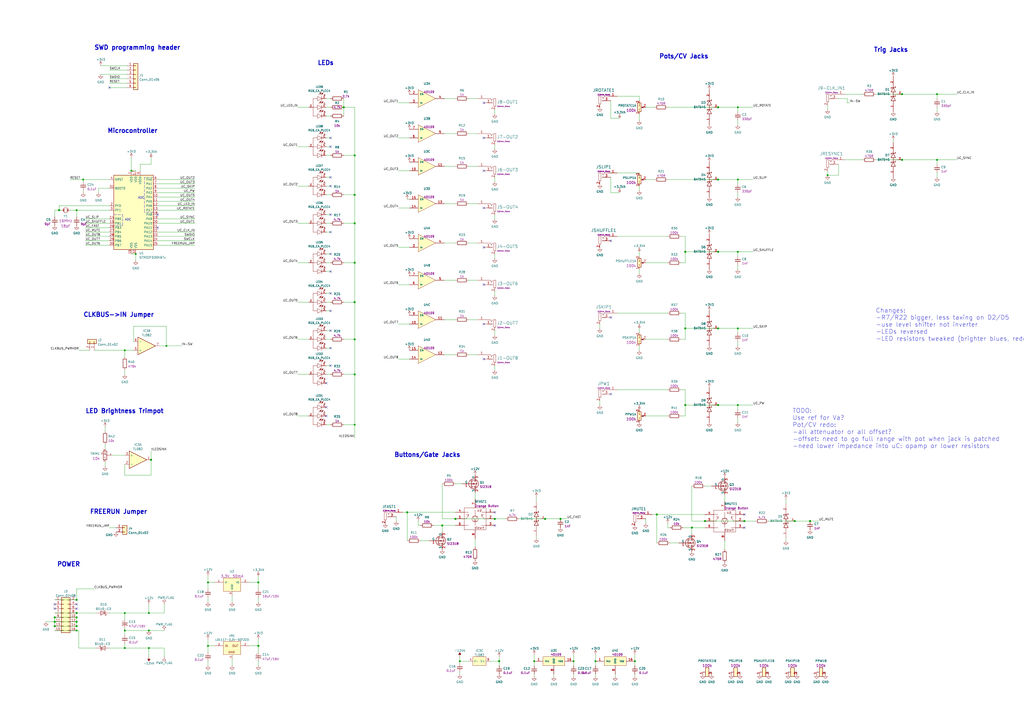
<source format=kicad_sch>
(kicad_sch (version 20211123) (generator eeschema)
  (paper "A2")
  (junction (at 120.65 374.65))
  (junction (at 76.2 99.06))
  (junction (at 96.52 200.66))
  (junction (at 461.01 302.26) (diameter 1.016))
  (junction (at 44.45 360.68) (diameter 1.016))
  (junction (at 416.56 62.23) (diameter 1.016))
  (junction (at 316.23 300.99) (diameter 1.016))
  (junction (at 469.9 302.26) (diameter 1.016))
  (junction (at 205.74 246.38))
  (junction (at 72.39 365.76))
  (junction (at 427.99 104.14))
  (junction (at 205.74 152.4) (diameter 1.016))
  (junction (at 199.39 62.23) (diameter 1.016))
  (junction (at 205.74 129.54) (diameter 1.016))
  (junction (at 543.56 54.61))
  (junction (at 368.3 383.54))
  (junction (at 205.74 113.03) (diameter 1.016))
  (junction (at 289.56 383.54) (diameter 1.016))
  (junction (at 523.24 54.61) (diameter 1.016))
  (junction (at 309.88 383.54))
  (junction (at 72.39 203.2))
  (junction (at 205.74 217.17) (diameter 1.016))
  (junction (at 34.29 121.92) (diameter 1.016))
  (junction (at 149.86 374.65) (diameter 1.016))
  (junction (at 44.45 365.76))
  (junction (at 397.51 190.5) (diameter 1.016))
  (junction (at 205.74 196.85) (diameter 1.016))
  (junction (at 427.99 62.23))
  (junction (at 266.7 383.54))
  (junction (at 416.56 146.05) (diameter 1.016))
  (junction (at 431.8 302.26) (diameter 1.016))
  (junction (at 264.16 300.99) (diameter 1.016))
  (junction (at 48.26 104.14))
  (junction (at 416.56 234.95) (diameter 1.016))
  (junction (at 287.02 300.99) (diameter 1.016))
  (junction (at 205.74 90.17) (diameter 1.016))
  (junction (at 31.75 363.22) (diameter 1.016))
  (junction (at 72.39 375.92))
  (junction (at 345.44 383.54))
  (junction (at 31.75 358.14) (diameter 1.016))
  (junction (at 543.56 92.71))
  (junction (at 480.06 101.6))
  (junction (at 427.99 234.95))
  (junction (at 149.86 337.82) (diameter 1.016))
  (junction (at 381 298.45) (diameter 1.016))
  (junction (at 408.94 302.26) (diameter 1.016))
  (junction (at 44.45 355.6) (diameter 1.016))
  (junction (at 87.63 266.7) (diameter 1.016))
  (junction (at 86.36 375.92))
  (junction (at 78.74 147.32))
  (junction (at 332.74 383.54))
  (junction (at 416.56 104.14) (diameter 1.016))
  (junction (at 44.45 121.92))
  (junction (at 427.99 190.5))
  (junction (at 427.99 146.05))
  (junction (at 44.45 363.22) (diameter 1.016))
  (junction (at 86.36 355.6))
  (junction (at 31.75 360.68) (diameter 1.016))
  (junction (at 256.54 304.8) (diameter 1.016))
  (junction (at 44.45 358.14) (diameter 1.016))
  (junction (at 397.51 234.95) (diameter 1.016))
  (junction (at 72.39 355.6))
  (junction (at 325.12 300.99) (diameter 1.016))
  (junction (at 401.32 306.07) (diameter 1.016))
  (junction (at 416.56 190.5) (diameter 1.016))
  (junction (at 397.51 146.05) (diameter 1.016))
  (junction (at 236.22 297.18) (diameter 1.016))
  (junction (at 86.36 365.76))
  (junction (at 523.24 92.71) (diameter 1.016))
  (junction (at 120.65 337.82))
  (junction (at 205.74 175.26) (diameter 1.016))
  (junction (at 44.45 347.98) (diameter 1.016))
  (no_connect (at 354.33 184.15))
  (no_connect (at 354.33 228.6))
  (no_connect (at 280.67 59.69))
  (no_connect (at 280.67 80.01))
  (no_connect (at 280.67 99.06))
  (no_connect (at 280.67 120.65))
  (no_connect (at 280.67 143.51))
  (no_connect (at 280.67 165.1))
  (no_connect (at 280.67 187.96))
  (no_connect (at 280.67 208.28))
  (no_connect (at 189.23 236.22))
  (no_connect (at 189.23 241.3))
  (no_connect (at 191.77 212.09))
  (no_connect (at 189.23 222.25))
  (no_connect (at 354.33 139.7))
  (no_connect (at 191.77 170.18))
  (no_connect (at 191.77 180.34))
  (no_connect (at 31.75 353.06))
  (no_connect (at 44.45 353.06))
  (no_connect (at 431.8 306.07))
  (no_connect (at 431.8 298.45))
  (no_connect (at 91.44 124.46))
  (no_connect (at 91.44 132.08))
  (no_connect (at 31.75 350.52))
  (no_connect (at 44.45 350.52))
  (no_connect (at 191.77 80.01))
  (no_connect (at 191.77 85.09))
  (no_connect (at 191.77 102.87))
  (no_connect (at 191.77 107.95))
  (no_connect (at 191.77 124.46))
  (no_connect (at 191.77 134.62))
  (no_connect (at 191.77 147.32))
  (no_connect (at 191.77 157.48))
  (no_connect (at 191.77 191.77))
  (no_connect (at 191.77 201.93))
  (no_connect (at 287.02 297.18))
  (no_connect (at 287.02 304.8))
  (no_connect (at 63.5 50.8))
  (wire (pts (xy 199.39 217.17) (xy 205.74 217.17)))
  (wire (pts (xy 205.74 175.26) (xy 205.74 196.85)))
  (wire (pts (xy 86.36 375.92) (xy 86.36 381)))
  (wire (pts (xy 397.51 234.95) (xy 416.56 234.95)))
  (wire (pts (xy 543.56 92.71) (xy 543.56 95.25)))
  (wire (pts (xy 87.63 261.62) (xy 87.63 266.7)))
  (wire (pts (xy 354.33 102.87) (xy 354.33 111.76)))
  (wire (pts (xy 120.65 334.01) (xy 120.65 337.82)))
  (wire (pts (xy 266.7 389.89) (xy 266.7 391.16)))
  (wire (pts (xy 113.03 114.3) (xy 91.44 114.3)))
  (wire (pts (xy 311.15 311.15) (xy 311.15 312.42)))
  (wire (pts (xy 144.78 337.82) (xy 149.86 337.82)))
  (wire (pts (xy 370.84 200.66) (xy 370.84 203.2)))
  (wire (pts (xy 271.78 57.15) (xy 276.86 57.15)))
  (wire (pts (xy 49.53 137.16) (xy 63.5 137.16)))
  (wire (pts (xy 191.77 152.4) (xy 189.23 152.4)))
  (wire (pts (xy 191.77 212.09) (xy 189.23 212.09)))
  (wire (pts (xy 271.78 140.97) (xy 276.86 140.97)))
  (wire (pts (xy 416.56 234.95) (xy 427.99 234.95)))
  (wire (pts (xy 427.99 234.95) (xy 436.88 234.95)))
  (wire (pts (xy 78.74 147.32) (xy 78.74 151.13)))
  (wire (pts (xy 358.14 137.16) (xy 387.35 137.16)))
  (wire (pts (xy 284.48 383.54) (xy 289.56 383.54)))
  (wire (pts (xy 289.56 383.54) (xy 289.56 381)))
  (wire (pts (xy 427.99 111.76) (xy 427.99 114.3)))
  (wire (pts (xy 332.74 391.16) (xy 332.74 392.43)))
  (wire (pts (xy 368.3 383.54) (xy 368.3 386.08)))
  (wire (pts (xy 199.39 62.23) (xy 205.74 62.23)))
  (wire (pts (xy 96.52 189.23) (xy 96.52 200.66)))
  (wire (pts (xy 91.44 134.62) (xy 113.03 134.62)))
  (wire (pts (xy 381 298.45) (xy 378.46 298.45)))
  (wire (pts (xy 72.39 203.2) (xy 72.39 207.01)))
  (wire (pts (xy 191.77 180.34) (xy 189.23 180.34)))
  (wire (pts (xy 287.02 124.46) (xy 287.02 127)))
  (wire (pts (xy 231.14 165.1) (xy 237.49 165.1)))
  (wire (pts (xy 455.93 289.56) (xy 455.93 292.1)))
  (wire (pts (xy 271.78 77.47) (xy 276.86 77.47)))
  (wire (pts (xy 191.77 157.48) (xy 189.23 157.48)))
  (wire (pts (xy 257.81 96.52) (xy 264.16 96.52)))
  (wire (pts (xy 95.25 375.92) (xy 95.25 381)))
  (wire (pts (xy 358.14 55.88) (xy 370.84 55.88)))
  (wire (pts (xy 191.77 90.17) (xy 189.23 90.17)))
  (wire (pts (xy 370.84 107.95) (xy 370.84 110.49)))
  (wire (pts (xy 95.25 355.6) (xy 86.36 355.6)))
  (wire (pts (xy 257.81 205.74) (xy 264.16 205.74)))
  (wire (pts (xy 427.99 69.85) (xy 427.99 72.39)))
  (wire (pts (xy 113.03 119.38) (xy 91.44 119.38)))
  (wire (pts (xy 191.77 196.85) (xy 189.23 196.85)))
  (wire (pts (xy 271.78 205.74) (xy 276.86 205.74)))
  (wire (pts (xy 287.02 212.09) (xy 287.02 214.63)))
  (wire (pts (xy 287.02 147.32) (xy 287.02 149.86)))
  (wire (pts (xy 91.44 137.16) (xy 113.03 137.16)))
  (wire (pts (xy 387.35 62.23) (xy 416.56 62.23)))
  (wire (pts (xy 416.56 62.23) (xy 427.99 62.23)))
  (wire (pts (xy 427.99 62.23) (xy 436.88 62.23)))
  (wire (pts (xy 191.77 107.95) (xy 189.23 107.95)))
  (wire (pts (xy 408.94 302.26) (xy 401.32 302.26)))
  (wire (pts (xy 149.86 374.65) (xy 149.86 378.46)))
  (wire (pts (xy 72.39 214.63) (xy 72.39 217.17)))
  (wire (pts (xy 149.86 337.82) (xy 149.86 341.63)))
  (wire (pts (xy 325.12 300.99) (xy 316.23 300.99)))
  (wire (pts (xy 236.22 297.18) (xy 233.68 297.18)))
  (wire (pts (xy 264.16 297.18) (xy 236.22 297.18)))
  (wire (pts (xy 113.03 127) (xy 91.44 127)))
  (wire (pts (xy 237.49 115.57) (xy 236.22 115.57)))
  (wire (pts (xy 91.44 139.7) (xy 113.03 139.7)))
  (wire (pts (xy 191.77 80.01) (xy 189.23 80.01)))
  (wire (pts (xy 256.54 300.99) (xy 256.54 280.67)))
  (wire (pts (xy 264.16 300.99) (xy 256.54 300.99)))
  (wire (pts (xy 44.45 358.14) (xy 44.45 360.68)))
  (wire (pts (xy 191.77 201.93) (xy 189.23 201.93)))
  (wire (pts (xy 120.65 337.82) (xy 120.65 341.63)))
  (wire (pts (xy 231.14 80.01) (xy 237.49 80.01)))
  (wire (pts (xy 95.25 350.52) (xy 95.25 355.6)))
  (wire (pts (xy 34.29 119.38) (xy 34.29 121.92)))
  (wire (pts (xy 31.75 355.6) (xy 44.45 355.6)))
  (wire (pts (xy 49.53 142.24) (xy 63.5 142.24)))
  (wire (pts (xy 345.44 379.73) (xy 345.44 383.54)))
  (wire (pts (xy 397.51 181.61) (xy 394.97 181.61)))
  (wire (pts (xy 480.06 99.06) (xy 480.06 101.6)))
  (wire (pts (xy 191.77 175.26) (xy 189.23 175.26)))
  (wire (pts (xy 264.16 300.99) (xy 287.02 300.99)))
  (wire (pts (xy 257.81 185.42) (xy 264.16 185.42)))
  (wire (pts (xy 248.92 313.69) (xy 243.84 313.69)))
  (wire (pts (xy 44.45 360.68) (xy 44.45 363.22)))
  (wire (pts (xy 191.77 85.09) (xy 189.23 85.09)))
  (wire (pts (xy 408.94 302.26) (xy 431.8 302.26)))
  (wire (pts (xy 358.14 100.33) (xy 370.84 100.33)))
  (wire (pts (xy 49.53 129.54) (xy 63.5 129.54)))
  (wire (pts (xy 309.88 383.54) (xy 309.88 386.08)))
  (wire (pts (xy 370.84 190.5) (xy 370.84 193.04)))
  (wire (pts (xy 490.22 54.61) (xy 500.38 54.61)))
  (wire (pts (xy 490.22 92.71) (xy 500.38 92.71)))
  (wire (pts (xy 543.56 100.33) (xy 543.56 102.87)))
  (wire (pts (xy 397.51 146.05) (xy 416.56 146.05)))
  (wire (pts (xy 172.72 152.4) (xy 179.07 152.4)))
  (polyline (pts (xy 88.9 102.87) (xy 83.82 102.87)))
  (polyline (pts (xy 88.9 123.19) (xy 83.82 123.19)))
  (polyline (pts (xy 83.82 102.87) (xy 83.82 123.19)))
  (wire (pts (xy 332.74 379.73) (xy 332.74 383.54)))
  (wire (pts (xy 311.15 288.29) (xy 311.15 290.83)))
  (wire (pts (xy 120.65 383.54) (xy 120.65 386.08)))
  (wire (pts (xy 347.98 232.41) (xy 347.98 234.95)))
  (wire (pts (xy 81.28 95.25) (xy 81.28 99.06)))
  (wire (pts (xy 486.41 57.15) (xy 491.49 57.15)))
  (wire (pts (xy 491.49 57.15) (xy 491.49 59.69)))
  (wire (pts (xy 491.49 59.69) (xy 492.76 59.69)))
  (wire (pts (xy 149.86 370.84) (xy 149.86 374.65)))
  (wire (pts (xy 427.99 190.5) (xy 427.99 193.04)))
  (wire (pts (xy 199.39 113.03) (xy 205.74 113.03)))
  (wire (pts (xy 205.74 113.03) (xy 205.74 90.17)))
  (wire (pts (xy 257.81 162.56) (xy 264.16 162.56)))
  (wire (pts (xy 393.7 314.96) (xy 388.62 314.96)))
  (wire (pts (xy 420.37 287.02) (xy 420.37 290.83)))
  (wire (pts (xy 275.59 285.75) (xy 275.59 289.56)))
  (wire (pts (xy 332.74 383.54) (xy 332.74 386.08)))
  (wire (pts (xy 72.39 355.6) (xy 72.39 359.41)))
  (wire (pts (xy 76.2 99.06) (xy 78.74 99.06)))
  (wire (pts (xy 508 92.71) (xy 523.24 92.71)))
  (wire (pts (xy 87.63 91.44) (xy 87.63 95.25)))
  (wire (pts (xy 394.97 196.85) (xy 397.51 196.85)))
  (wire (pts (xy 401.32 306.07) (xy 401.32 309.88)))
  (wire (pts (xy 58.42 38.1) (xy 73.66 38.1)))
  (wire (pts (xy 31.75 363.22) (xy 44.45 363.22)))
  (wire (pts (xy 257.81 57.15) (xy 264.16 57.15)))
  (wire (pts (xy 58.42 43.18) (xy 73.66 43.18)))
  (wire (pts (xy 120.65 346.71) (xy 120.65 349.25)))
  (wire (pts (xy 31.75 358.14) (xy 44.45 358.14)))
  (wire (pts (xy 57.15 109.22) (xy 57.15 111.76)))
  (wire (pts (xy 63.5 109.22) (xy 57.15 109.22)))
  (wire (pts (xy 63.5 48.26) (xy 73.66 48.26)))
  (wire (pts (xy 236.22 297.18) (xy 236.22 313.69)))
  (wire (pts (xy 401.32 302.26) (xy 401.32 281.94)))
  (wire (pts (xy 49.53 139.7) (xy 63.5 139.7)))
  (wire (pts (xy 81.28 95.25) (xy 87.63 95.25)))
  (wire (pts (xy 387.35 303.53) (xy 387.35 306.07)))
  (wire (pts (xy 427.99 146.05) (xy 427.99 148.59)))
  (wire (pts (xy 49.53 127) (xy 63.5 127)))
  (wire (pts (xy 113.03 104.14) (xy 91.44 104.14)))
  (wire (pts (xy 199.39 175.26) (xy 205.74 175.26)))
  (wire (pts (xy 205.74 175.26) (xy 205.74 152.4)))
  (wire (pts (xy 64.77 264.16) (xy 72.39 264.16)))
  (wire (pts (xy 408.94 298.45) (xy 381 298.45)))
  (wire (pts (xy 289.56 383.54) (xy 289.56 386.08)))
  (wire (pts (xy 72.39 269.24) (xy 72.39 275.59)))
  (wire (pts (xy 72.39 275.59) (xy 87.63 275.59)))
  (wire (pts (xy 87.63 275.59) (xy 87.63 266.7)))
  (wire (pts (xy 63.5 355.6) (xy 72.39 355.6)))
  (wire (pts (xy 72.39 355.6) (xy 86.36 355.6)))
  (wire (pts (xy 345.44 383.54) (xy 345.44 386.08)))
  (wire (pts (xy 191.77 246.38) (xy 189.23 246.38)))
  (wire (pts (xy 113.03 109.22) (xy 91.44 109.22)))
  (wire (pts (xy 54.61 203.2) (xy 72.39 203.2)))
  (wire (pts (xy 77.47 203.2) (xy 72.39 203.2)))
  (wire (pts (xy 374.65 104.14) (xy 379.73 104.14)))
  (wire (pts (xy 191.77 191.77) (xy 189.23 191.77)))
  (wire (pts (xy 328.93 300.99) (xy 325.12 300.99)))
  (wire (pts (xy 199.39 246.38) (xy 205.74 246.38)))
  (wire (pts (xy 205.74 196.85) (xy 205.74 217.17)))
  (wire (pts (xy 205.74 217.17) (xy 205.74 246.38)))
  (wire (pts (xy 271.78 185.42) (xy 276.86 185.42)))
  (wire (pts (xy 44.45 121.92) (xy 40.64 121.92)))
  (wire (pts (xy 172.72 85.09) (xy 179.07 85.09)))
  (wire (pts (xy 63.5 50.8) (xy 73.66 50.8)))
  (wire (pts (xy 72.39 373.38) (xy 72.39 375.92)))
  (wire (pts (xy 44.45 121.92) (xy 44.45 125.73)))
  (wire (pts (xy 397.51 196.85) (xy 397.51 190.5)))
  (wire (pts (xy 77.47 189.23) (xy 77.47 198.12)))
  (wire (pts (xy 92.71 200.66) (xy 96.52 200.66)))
  (wire (pts (xy 96.52 189.23) (xy 77.47 189.23)))
  (wire (pts (xy 287.02 63.5) (xy 287.02 66.04)))
  (wire (pts (xy 287.02 83.82) (xy 287.02 86.36)))
  (wire (pts (xy 266.7 381) (xy 266.7 383.54)))
  (wire (pts (xy 374.65 300.99) (xy 374.65 303.53)))
  (wire (pts (xy 266.7 383.54) (xy 271.78 383.54)))
  (wire (pts (xy 231.14 208.28) (xy 237.49 208.28)))
  (wire (pts (xy 60.96 267.97) (xy 60.96 270.51)))
  (wire (pts (xy 387.35 104.14) (xy 416.56 104.14)))
  (wire (pts (xy 416.56 104.14) (xy 427.99 104.14)))
  (wire (pts (xy 427.99 104.14) (xy 436.88 104.14)))
  (wire (pts (xy 368.3 379.73) (xy 368.3 383.54)))
  (wire (pts (xy 113.03 106.68) (xy 91.44 106.68)))
  (wire (pts (xy 271.78 96.52) (xy 276.86 96.52)))
  (wire (pts (xy 474.98 302.26) (xy 469.9 302.26)))
  (wire (pts (xy 275.59 312.42) (xy 275.59 317.5)))
  (wire (pts (xy 191.77 134.62) (xy 189.23 134.62)))
  (wire (pts (xy 416.56 190.5) (xy 427.99 190.5)))
  (wire (pts (xy 427.99 190.5) (xy 436.88 190.5)))
  (wire (pts (xy 31.75 358.14) (xy 31.75 360.68)))
  (polyline (pts (xy 71.12 124.46) (xy 71.12 130.81)))
  (polyline (pts (xy 71.12 130.81) (xy 66.04 130.81)))
  (polyline (pts (xy 66.04 124.46) (xy 71.12 124.46)))
  (wire (pts (xy 199.39 90.17) (xy 205.74 90.17)))
  (wire (pts (xy 205.74 90.17) (xy 205.74 62.23)))
  (wire (pts (xy 172.72 62.23) (xy 179.07 62.23)))
  (wire (pts (xy 309.88 379.73) (xy 309.88 383.54)))
  (wire (pts (xy 191.77 124.46) (xy 189.23 124.46)))
  (wire (pts (xy 44.45 365.76) (xy 45.72 365.76)))
  (wire (pts (xy 45.72 365.76) (xy 45.72 375.92)))
  (wire (pts (xy 45.72 375.92) (xy 55.88 375.92)))
  (wire (pts (xy 271.78 162.56) (xy 276.86 162.56)))
  (wire (pts (xy 394.97 152.4) (xy 397.51 152.4)))
  (wire (pts (xy 397.51 137.16) (xy 394.97 137.16)))
  (wire (pts (xy 397.51 146.05) (xy 397.51 137.16)))
  (wire (pts (xy 397.51 152.4) (xy 397.51 146.05)))
  (wire (pts (xy 172.72 175.26) (xy 179.07 175.26)))
  (wire (pts (xy 543.56 62.23) (xy 543.56 64.77)))
  (wire (pts (xy 438.15 302.26) (xy 431.8 302.26)))
  (wire (pts (xy 387.35 306.07) (xy 388.62 306.07)))
  (wire (pts (xy 113.03 116.84) (xy 91.44 116.84)))
  (wire (pts (xy 370.84 55.88) (xy 370.84 58.42)))
  (wire (pts (xy 113.03 111.76) (xy 91.44 111.76)))
  (wire (pts (xy 427.99 242.57) (xy 427.99 245.11)))
  (wire (pts (xy 347.98 187.96) (xy 347.98 190.5)))
  (wire (pts (xy 309.88 391.16) (xy 309.88 392.43)))
  (wire (pts (xy 172.72 196.85) (xy 179.07 196.85)))
  (wire (pts (xy 34.29 119.38) (xy 63.5 119.38)))
  (wire (pts (xy 420.37 313.69) (xy 420.37 318.77)))
  (wire (pts (xy 191.77 147.32) (xy 189.23 147.32)))
  (wire (pts (xy 427.99 234.95) (xy 427.99 237.49)))
  (wire (pts (xy 356.87 391.16) (xy 356.87 392.43)))
  (wire (pts (xy 257.81 77.47) (xy 264.16 77.47)))
  (wire (pts (xy 257.81 118.11) (xy 264.16 118.11)))
  (wire (pts (xy 96.52 200.66) (xy 105.41 200.66)))
  (wire (pts (xy 49.53 132.08) (xy 63.5 132.08)))
  (wire (pts (xy 31.75 121.92) (xy 31.75 125.73)))
  (wire (pts (xy 34.29 121.92) (xy 31.75 121.92)))
  (wire (pts (xy 35.56 121.92) (xy 34.29 121.92)))
  (wire (pts (xy 231.14 99.06) (xy 237.49 99.06)))
  (wire (pts (xy 401.32 306.07) (xy 396.24 306.07)))
  (wire (pts (xy 31.75 365.76) (xy 44.45 365.76)))
  (wire (pts (xy 44.45 355.6) (xy 55.88 355.6)))
  (wire (pts (xy 172.72 107.95) (xy 179.07 107.95)))
  (wire (pts (xy 368.3 391.16) (xy 368.3 392.43)))
  (wire (pts (xy 231.14 59.69) (xy 237.49 59.69)))
  (wire (pts (xy 199.39 62.23) (xy 199.39 67.31)))
  (wire (pts (xy 345.44 391.16) (xy 345.44 392.43)))
  (wire (pts (xy 86.36 375.92) (xy 95.25 375.92)))
  (wire (pts (xy 72.39 365.76) (xy 86.36 365.76)))
  (wire (pts (xy 427.99 62.23) (xy 427.99 64.77)))
  (wire (pts (xy 358.14 181.61) (xy 387.35 181.61)))
  (wire (pts (xy 191.77 113.03) (xy 189.23 113.03)))
  (wire (pts (xy 86.36 350.52) (xy 86.36 355.6)))
  (wire (pts (xy 113.03 121.92) (xy 91.44 121.92)))
  (wire (pts (xy 60.96 257.81) (xy 60.96 260.35)))
  (wire (pts (xy 86.36 365.76) (xy 95.25 365.76)))
  (wire (pts (xy 63.5 40.64) (xy 73.66 40.64)))
  (wire (pts (xy 358.14 226.06) (xy 387.35 226.06)))
  (wire (pts (xy 486.41 101.6) (xy 480.06 101.6)))
  (wire (pts (xy 60.96 247.65) (xy 60.96 250.19)))
  (wire (pts (xy 113.03 129.54) (xy 91.44 129.54)))
  (wire (pts (xy 374.65 241.3) (xy 387.35 241.3)))
  (wire (pts (xy 172.72 129.54) (xy 179.07 129.54)))
  (wire (pts (xy 397.51 241.3) (xy 397.51 234.95)))
  (wire (pts (xy 76.2 91.44) (xy 76.2 99.06)))
  (wire (pts (xy 144.78 374.65) (xy 149.86 374.65)))
  (wire (pts (xy 134.62 345.44) (xy 134.62 349.25)))
  (wire (pts (xy 480.06 60.96) (xy 480.06 63.5)))
  (wire (pts (xy 199.39 129.54) (xy 205.74 129.54)))
  (wire (pts (xy 205.74 129.54) (xy 205.74 113.03)))
  (wire (pts (xy 31.75 360.68) (xy 31.75 363.22)))
  (wire (pts (xy 120.65 374.65) (xy 120.65 378.46)))
  (wire (pts (xy 191.77 217.17) (xy 189.23 217.17)))
  (wire (pts (xy 120.65 337.82) (xy 124.46 337.82)))
  (wire (pts (xy 172.72 241.3) (xy 179.07 241.3)))
  (wire (pts (xy 427.99 153.67) (xy 427.99 156.21)))
  (wire (pts (xy 370.84 156.21) (xy 370.84 158.75)))
  (wire (pts (xy 256.54 304.8) (xy 251.46 304.8)))
  (wire (pts (xy 44.45 341.63) (xy 44.45 347.98)))
  (wire (pts (xy 191.77 102.87) (xy 189.23 102.87)))
  (wire (pts (xy 199.39 57.15) (xy 199.39 62.23)))
  (wire (pts (xy 397.51 234.95) (xy 397.51 226.06)))
  (wire (pts (xy 63.5 45.72) (xy 73.66 45.72)))
  (wire (pts (xy 370.84 146.05) (xy 370.84 148.59)))
  (wire (pts (xy 231.14 143.51) (xy 237.49 143.51)))
  (wire (pts (xy 191.77 62.23) (xy 189.23 62.23)))
  (wire (pts (xy 374.65 152.4) (xy 387.35 152.4)))
  (wire (pts (xy 191.77 57.15) (xy 189.23 57.15)))
  (wire (pts (xy 48.26 110.49) (xy 48.26 111.76)))
  (wire (pts (xy 412.75 281.94) (xy 408.94 281.94)))
  (wire (pts (xy 374.65 196.85) (xy 387.35 196.85)))
  (wire (pts (xy 381 298.45) (xy 381 314.96)))
  (wire (pts (xy 199.39 196.85) (xy 205.74 196.85)))
  (wire (pts (xy 321.31 391.16) (xy 321.31 392.43)))
  (wire (pts (xy 461.01 302.26) (xy 445.77 302.26)))
  (wire (pts (xy 267.97 280.67) (xy 264.16 280.67)))
  (wire (pts (xy 257.81 140.97) (xy 264.16 140.97)))
  (wire (pts (xy 427.99 198.12) (xy 427.99 200.66)))
  (wire (pts (xy 76.2 147.32) (xy 78.74 147.32)))
  (wire (pts (xy 72.39 364.49) (xy 72.39 365.76)))
  (wire (pts (xy 72.39 365.76) (xy 72.39 368.3)))
  (wire (pts (xy 149.86 383.54) (xy 149.86 386.08)))
  (wire (pts (xy 543.56 54.61) (xy 543.56 57.15)))
  (wire (pts (xy 191.77 170.18) (xy 189.23 170.18)))
  (wire (pts (xy 48.26 104.14) (xy 48.26 105.41)))
  (wire (pts (xy 397.51 190.5) (xy 416.56 190.5)))
  (wire (pts (xy 354.33 111.76) (xy 359.41 111.76)))
  (wire (pts (xy 256.54 304.8) (xy 256.54 308.61)))
  (wire (pts (xy 264.16 304.8) (xy 256.54 304.8)))
  (wire (pts (xy 205.74 246.38) (xy 205.74 254)))
  (wire (pts (xy 518.16 81.28) (xy 518.16 82.55)))
  (wire (pts (xy 191.77 129.54) (xy 189.23 129.54)))
  (wire (pts (xy 31.75 347.98) (xy 44.45 347.98)))
  (wire (pts (xy 44.45 341.63) (xy 54.61 341.63)))
  (wire (pts (xy 31.75 360.68) (xy 44.45 360.68)))
  (wire (pts (xy 408.94 306.07) (xy 401.32 306.07)))
  (wire (pts (xy 354.33 58.42) (xy 354.33 68.58)))
  (wire (pts (xy 354.33 68.58) (xy 359.41 68.58)))
  (wire (pts (xy 242.57 302.26) (xy 242.57 304.8)))
  (wire (pts (xy 242.57 304.8) (xy 243.84 304.8)))
  (wire (pts (xy 266.7 383.54) (xy 266.7 384.81)))
  (wire (pts (xy 287.02 102.87) (xy 287.02 105.41)))
  (wire (pts (xy 394.97 241.3) (xy 397.51 241.3)))
  (wire (pts (xy 271.78 118.11) (xy 276.86 118.11)))
  (wire (pts (xy 523.24 54.61) (xy 543.56 54.61)))
  (wire (pts (xy 543.56 54.61) (xy 554.99 54.61)))
  (wire (pts (xy 26.67 360.68) (xy 31.75 360.68)))
  (wire (pts (xy 231.14 187.96) (xy 237.49 187.96)))
  (wire (pts (xy 287.02 168.91) (xy 287.02 171.45)))
  (wire (pts (xy 63.5 306.07) (xy 67.31 306.07)))
  (wire (pts (xy 523.24 92.71) (xy 543.56 92.71)))
  (wire (pts (xy 543.56 92.71) (xy 554.99 92.71)))
  (wire (pts (xy 191.77 67.31) (xy 189.23 67.31)))
  (wire (pts (xy 149.86 334.01) (xy 149.86 337.82)))
  (wire (pts (xy 63.5 375.92) (xy 72.39 375.92)))
  (wire (pts (xy 72.39 375.92) (xy 86.36 375.92)))
  (wire (pts (xy 469.9 302.26) (xy 461.01 302.26)))
  (wire (pts (xy 113.03 142.24) (xy 91.44 142.24)))
  (wire (pts (xy 149.86 346.71) (xy 149.86 349.25)))
  (wire (pts (xy 45.72 203.2) (xy 52.07 203.2)))
  (wire (pts (xy 370.84 66.04) (xy 370.84 69.85)))
  (wire (pts (xy 229.87 299.72) (xy 229.87 302.26)))
  (wire (pts (xy 287.02 191.77) (xy 287.02 194.31)))
  (wire (pts (xy 427.99 104.14) (xy 427.99 106.68)))
  (wire (pts (xy 120.65 370.84) (xy 120.65 374.65)))
  (wire (pts (xy 120.65 374.65) (xy 124.46 374.65)))
  (wire (pts (xy 374.65 62.23) (xy 379.73 62.23)))
  (wire (pts (xy 455.93 312.42) (xy 455.93 313.69)))
  (wire (pts (xy 199.39 152.4) (xy 205.74 152.4)))
  (wire (pts (xy 205.74 152.4) (xy 205.74 129.54)))
  (wire (pts (xy 293.37 300.99) (xy 287.02 300.99)))
  (wire (pts (xy 44.45 121.92) (xy 63.5 121.92)))
  (wire (pts (xy 486.41 95.25) (xy 486.41 101.6)))
  (wire (pts (xy 416.56 146.05) (xy 427.99 146.05)))
  (wire (pts (xy 427.99 146.05) (xy 436.88 146.05)))
  (wire (pts (xy 397.51 226.06) (xy 394.97 226.06)))
  (wire (pts (xy 49.53 134.62) (xy 63.5 134.62)))
  (wire (pts (xy 134.62 382.27) (xy 134.62 386.08)))
  (wire (pts (xy 231.14 120.65) (xy 237.49 120.65)))
  (wire (pts (xy 172.72 217.17) (xy 179.07 217.17)))
  (wire (pts (xy 40.64 104.14) (xy 48.26 104.14)))
  (wire (pts (xy 48.26 104.14) (xy 63.5 104.14)))
  (wire (pts (xy 316.23 300.99) (xy 300.99 300.99)))
  (wire (pts (xy 397.51 190.5) (xy 397.51 181.61)))
  (wire (pts (xy 508 54.61) (xy 523.24 54.61)))
  (text "CLKBUS->IN Jumper" (at 48.26 184.15 0) (effects (font (size 2.54 2.54) (thickness 0.508) bold) (justify left bottom)))
  (text "LEDs" (at 184.15 38.1 0) (effects (font (size 2.54 2.54) (thickness 0.508) bold) (justify left bottom)))
  (text "ADC" (at 80.01 115.57 0) (effects (font (size 1.27 1.27)) (justify left bottom)))
  (text "TODO:\nUse ref for Va?\nPot/CV redo:\n-all attenuator or all offset?\n-offset: need to go full range with pot when jack is patched\n-need lower impedance into uC: opamp or lower resistors" (at 459.74 260.35 0) (effects (font (size 2.54 2.54)) (justify left bottom)))
  (text "SWD programming header" (at 54.61 29.21 0) (effects (font (size 2.54 2.54) (thickness 0.508) bold) (justify left bottom)))
  (text "LED Brightness Trimpot" (at 49.53 240.03 0) (effects (font (size 2.54 2.54) (thickness 0.508) bold) (justify left bottom)))
  (text "Changes:\n-R7/R22 bigger, less taxing on D2/D5\n-use level shifter not inverter\n-LEDs reversed\n-LED resistors tweaked (brighter blues, redder white)" (at 508 198.12 0) (effects (font (size 2.54 2.54)) (justify left bottom)))
  (text "ADC" (at 76.2 128.27 180) (effects (font (size 1.27 1.27)) (justify right bottom)))
  (text "FREERUN Jumper" (at 52.07 298.45 0) (effects (font (size 2.54 2.54) (thickness 0.508) bold) (justify left bottom)))
  (text "Pots/CV Jacks" (at 382.27 34.29 0) (effects (font (size 2.54 2.54) (thickness 0.508) bold) (justify left bottom)))
  (text "Buttons/Gate Jacks" (at 228.6 265.43 0) (effects (font (size 2.54 2.54) (thickness 0.508) bold) (justify left bottom)))
  (text "Microcontroller" (at 62.23 77.47 0) (effects (font (size 2.54 2.54) (thickness 0.508) bold) (justify left bottom)))
  (text "Trig Jacks" (at 506.73 30.48 0) (effects (font (size 2.54 2.54) (thickness 0.508) bold) (justify left bottom)))
  (text "POWER" (at 33.02 328.93 0) (effects (font (size 2.54 2.54) (thickness 0.508) bold) (justify left bottom)))
  (label "UC_ROTATE" (at 113.03 121.92 180))
  (label "UC_SHUFFLE" (at 49.53 129.54 0))
  (label "UC_OUT4" (at 113.03 116.84 180))
  (label "UC_SLIP" (at 49.53 127 0))
  (label "UC_SKIP" (at 113.03 109.22 180))
  (label "CLKBUS_PWRHDR" (at 54.61 341.63 0))
  (label "UC_OUT1" (at 231.14 59.69 180))
  (label "SWDIO" (at 63.5 45.72 0))
  (label "UC_OUT3" (at 113.03 106.68 180))
  (label "UC_OUT6" (at 49.53 142.24 0))
  (label "UC_OUT8" (at 172.72 241.3 180))
  (label "UC_OUT4" (at 231.14 120.65 180))
  (label "UC_CLK_IN" (at 113.03 134.62 180))
  (label "IN-SW" (at 492.76 59.69 0))
  (label "FREERUN_JMP" (at 113.03 142.24 180))
  (label "UC_FAST" (at 328.93 300.99 0))
  (label "UC_SKIP" (at 436.88 190.5 0))
  (label "UC_SYNC" (at 554.99 92.71 0))
  (label "UC_OUT5" (at 113.03 114.3 180))
  (label "UC_OUT2" (at 172.72 107.95 180))
  (label "RESET" (at 63.5 48.26 0))
  (label "RESET" (at 40.64 104.14 0))
  (label "UC_PW" (at 113.03 111.76 180))
  (label "UC_OUT1" (at 172.72 85.09 180))
  (label "UC_CLK_IN" (at 554.99 54.61 0))
  (label "UC_OUT8" (at 49.53 137.16 0))
  (label "UC_MUTE" (at 49.53 134.62 0))
  (label "VLEDSINK" (at 205.74 254 180))
  (label "UC_FAST" (at 49.53 132.08 0))
  (label "UC_OUT6" (at 231.14 165.1 180))
  (label "UC_OUT5" (at 172.72 175.26 180))
  (label "FREERUN_JMP" (at 63.5 306.07 180))
  (label "UC_OUT6" (at 172.72 196.85 180))
  (label "UC_OUT3" (at 231.14 99.06 180))
  (label "UC_OUT7" (at 172.72 217.17 180))
  (label "UC_SLIP" (at 436.88 104.14 0))
  (label "UC_SYNC" (at 113.03 127 180))
  (label "IN-SW" (at 105.41 200.66 0))
  (label "UC_OUT2" (at 113.03 104.14 180))
  (label "SWCLK" (at 113.03 139.7 180))
  (label "UC_SHUFFLE" (at 436.88 146.05 0))
  (label "UC_OUT7" (at 231.14 187.96 180))
  (label "UC_OUT4" (at 172.72 152.4 180))
  (label "UC_OUT8" (at 231.14 208.28 180))
  (label "UC_OUT2" (at 231.14 80.01 180))
  (label "UC_ROTATE" (at 436.88 62.23 0))
  (label "UC_MUTE" (at 474.98 302.26 0))
  (label "UC_OUT3" (at 172.72 129.54 180))
  (label "CLKBUS_PWRHDR" (at 45.72 203.2 180))
  (label "UC_OUT5" (at 231.14 143.51 180))
  (label "UC_PW" (at 436.88 234.95 0))
  (label "SWDIO" (at 113.03 137.16 180))
  (label "VLEDSINK" (at 87.63 261.62 0))
  (label "SWCLK" (at 63.5 40.64 0))
  (label "UC_OUT1" (at 113.03 129.54 180))
  (label "UC_LED_IN" (at 113.03 119.38 180))
  (label "UC_LED_IN" (at 172.72 62.23 180))
  (label "UC_OUT7" (at 49.53 139.7 0))
  (symbol (lib_id "4ms_Diode:BAT54S") (at 411.48 234.95 90) (unit 1)
    (property "Reference" "D9" (at 409.448 232.2738 90) (effects (justify left)))
    (property "Value" "BAT54S" (at 409.448 234.8107 90) (effects (justify left)))
    (property "Footprint" "4ms_Package_SOT:SOT23-3_PO132" (effects hide))
    (property "Specifications" "Dual schottky diode BAT54S" (effects hide))
    (property "Manufacturer" "Diodes Incorporated" (effects hide))
    (property "Part Number" "BAT54S-7-F" (effects hide))
    (property "JLCPCB ID" "C83574" (effects hide))
    (property "Alt JLCPCB ID" "C122856" (effects hide))
  )
  (symbol (lib_id "4ms_Power_Symbol:+3.3V") (at 411.48 224.79 0) (unit 1)
    (property "Reference" "#PWR021" (effects hide))
    (property "Value" "+3.3V" (at 411.48 221.2142 0))
  )
  (symbol (lib_id "4ms_Power_Symbol:+3.3V") (at 76.2 91.44 0) (unit 1)
    (property "Reference" "#PWR0136" (effects hide))
    (property "Value" "+3.3V" (at 76.2 87.8642 0))
  )
  (symbol (lib_id "4ms_Jack:3.5mm_Mono_Switched_SymSmall_0.05") (at 284.48 99.06 0) (mirror y) (unit 1)
    (property "Reference" "J6-OUT3" (at 288.29 98.4819 0) (effects (font (size 1.778 1.778)) (justify right)))
    (property "Value" "3.5mm_Mono_Switched_SymSmall_0.05" (effects hide))
    (property "Footprint" "4ms_Jack:EighthInch_PJ398SM" (effects hide))
    (property "Specifications" "Audio 3.5mm Jack, mono, switched, PC-pin Vertical" (effects hide))
    (property "Manufacturer" "Wenzhou QingPu Electronics Co" (effects hide))
    (property "Part Number" "WQP-WQP518MA" (effects hide))
    (property "Display" "3.5mm_Mono" (at 288.29 101.0616 0) (effects (font (size 0.762 0.762) bold italic) (justify right)))
  )
  (symbol (lib_id "4ms_Power_Symbol:GND") (at 356.87 392.43 0) (unit 1)
    (property "Reference" "#PWR031" (effects hide))
    (property "Value" "GND" (at 356.87 396.8734 0))
  )
  (symbol (lib_id "4ms_Capacitor:330pF_0603_35V") (at 427.99 67.31 0) (unit 1)
    (property "Reference" "C3" (at 430.3141 66.4816 0) (effects (justify left)))
    (property "Value" "330pF_0603_35V" (effects hide))
    (property "Footprint" "4ms_Capacitor:C_0603" (effects hide))
    (property "Specifications" "330pF, Min 35V, C0G/NP0, 5%" (effects hide))
    (property "Manufacturer" "Kemet" (effects hide))
    (property "Part Number" "C0603C331J5GACTU" (effects hide))
    (property "Display" "330pF" (at 430.3141 69.0185 0) (effects (justify left)))
    (property "JLCPCB ID" "C1664" (effects hide))
  )
  (symbol (lib_id "4ms_Capacitor:0.1uF_0603_16V") (at 266.7 387.35 0) (mirror y) (unit 1)
    (property "Reference" "C16" (at 264.3759 386.5216 0) (effects (justify left)))
    (property "Value" "0.1uF_0603_16V" (effects hide))
    (property "Footprint" "4ms_Capacitor:C_0603" (effects hide))
    (property "Specifications" "0.1uF, Min. 16V 10%, X7R or X5R or similar" (effects hide))
    (property "Display" "0.1uF" (at 264.3759 389.0585 0) (effects (justify left)))
  )
  (symbol (lib_id "4ms_Power_Symbol:GND") (at 411.48 114.3 0) (unit 1)
    (property "Reference" "#PWR0166" (effects hide))
    (property "Value" "GND" (at 411.48 118.7434 0))
  )
  (symbol (lib_id "4ms_Power_Symbol:GND") (at 543.56 102.87 0) (unit 1)
    (property "Reference" "#PWR0105" (effects hide))
    (property "Value" "GND" (at 543.56 107.3134 0))
  )
  (symbol (lib_id "4ms_Capacitor:1nF_0603_50V") (at 427.99 195.58 0) (unit 1)
    (property "Reference" "C10" (at 430.3141 194.7516 0) (effects (justify left)))
    (property "Value" "1nF_0603_50V" (effects hide))
    (property "Footprint" "4ms_Capacitor:C_0603" (effects hide))
    (property "Specifications" "1nF, 50V, 10%, C0G (NP0) or similar" (effects hide))
    (property "Manufacturer" "Murata" (effects hide))
    (property "Part Number" "GRM1885C1H102JA01D" (effects hide))
    (property "Display" "1nF" (at 430.3141 197.2885 0) (effects (justify left)))
    (property "JLCPCB ID" "C163508" (effects hide))
  )
  (symbol (lib_id "4ms_Diode:B140-E3") (at 59.69 375.92 0) (unit 1)
    (property "Reference" "D11" (at 59.3725 370.9756 0))
    (property "Value" "B140-E3" (at 59.3725 373.5125 0))
    (property "Footprint" "4ms_Diode:D_SMA" (effects hide))
    (property "Specifications" "SCHOTTKY Diode SMA Vrrm>=40V If>=1.0A, Ifsm>=1.5A" (effects hide))
    (property "Manufacturer" "Diodes Incorporated" (effects hide))
    (property "Part Number" "B140-E3/5AT" (effects hide))
    (property "Manufacturer 2" "Diodes Incorporated" (effects hide))
    (property "Part Number 2" "B140-E3/61T" (effects hide))
    (property "JLCPCB ID" "C15759" (effects hide))
  )
  (symbol (lib_id "4ms_IC:CD40109BPWR") (at 247.65 96.52 0) (unit 3)
    (property "Reference" "U3" (at 247.65 87.8672 0))
    (property "Value" "CD40109BPWR" (effects hide))
    (property "Footprint" "Package_SO:TSSOP-16_4.4x5mm_P0.65mm" (effects hide))
    (property "Datasheet" "https://www.ti.com/lit/ds/symlink/cd40109b.pdf" (effects hide))
    (property "Specifications" "CMOS, Quad Level Shifter, TSSOP-14" (effects hide))
    (property "Manufacturer" "Texas Instruments" (effects hide))
    (property "Part Number" "CD40109BPWR" (effects hide))
    (property "Manufacturer 2" "Texas Instruments" (effects hide))
    (property "Part Number 2" "CD40109BPWE4" (effects hide))
    (property "Display" "40109" (at 248.92 92.71 0))
  )
  (symbol (lib_id "4ms_Power_Symbol:GND") (at 473.71 391.16 0) (unit 1)
    (property "Reference" "#PWR0120" (effects hide))
    (property "Value" "GND" (at 473.71 395.6034 0))
  )
  (symbol (lib_id "4ms_Connector:Conn_02x08") (at 38.1 356.87 0) (unit 1)
    (property "Reference" "J3" (at 38.1 343.0102 0))
    (property "Value" "Conn_02x08" (at 38.1 345.5471 0))
    (property "Footprint" "4ms_Connector:Pins_2x08_2.54mm_TH" (effects hide))
    (property "Specifications" "Header, Male Pins, 2*8, spacing 2.54mm, straight pin" (effects hide))
    (property "Manufacturer" "TAD" (effects hide))
    (property "Part Number" "1-1602FBV0T" (effects hide))
  )
  (symbol (lib_id "4ms_Power_Symbol:GND") (at 370.84 110.49 0) (unit 1)
    (property "Reference" "#PWR0169" (effects hide))
    (property "Value" "GND" (at 370.84 114.9334 0))
  )
  (symbol (lib_id "4ms_Jack:3.5mm_Mono_Switched_SymSmall_0.05") (at 370.84 300.99 0) (unit 1)
    (property "Reference" "JMUTE1" (at 370.5225 295.1621 0) (effects (font (size 1.524 1.524))))
    (property "Value" "3.5mm_Mono_Switched_SymSmall_0.05" (effects hide))
    (property "Footprint" "4ms_Jack:EighthInch_PJ398SM" (effects hide))
    (property "Specifications" "Audio 3.5mm Jack, mono, switched, PC-pin Vertical" (effects hide))
    (property "Manufacturer" "Wenzhou QingPu Electronics Co" (effects hide))
    (property "Part Number" "WQP-WQP518MA" (effects hide))
    (property "Display" "3.5mm_Mono" (at 370.5225 297.5135 0) (effects (font (size 0.762 0.762) bold italic)))
  )
  (symbol (lib_id "4ms_Diode:BAT54S") (at 411.48 62.23 90) (unit 1)
    (property "Reference" "D3" (at 409.448 59.5538 90) (effects (justify left)))
    (property "Value" "BAT54S" (at 409.448 62.0907 90) (effects (justify left)))
    (property "Footprint" "4ms_Package_SOT:SOT23-3_PO132" (effects hide))
    (property "Specifications" "Dual schottky diode BAT54S" (effects hide))
    (property "Manufacturer" "Diodes Incorporated" (effects hide))
    (property "Part Number" "BAT54S-7-F" (effects hide))
    (property "JLCPCB ID" "C83574" (effects hide))
    (property "Alt JLCPCB ID" "C122856" (effects hide))
  )
  (symbol (lib_id "4ms_LED:RGB_CA_PLCC4") (at 184.15 129.54 0) (mirror y) (unit 1)
    (property "Reference" "LED6" (at 185.2104 117.7139 0) (effects (font (size 1.143 1.143))))
    (property "Value" "RGB_CA_PLCC4" (at 185.2104 120.0225 0) (effects (font (size 1.143 1.143))))
    (property "Footprint" "4ms_LED:LED_PLCC-4" (effects hide))
    (property "Specifications" "RGB LED, Common Anode PLCC4" (effects hide))
    (property "Manufacturer" "Hebei I.T. (Shanghai)" (effects hide))
    (property "Part Number" "PLCC4RGBCT-CA" (effects hide))
  )
  (symbol (lib_id "4ms_Power_Symbol:GND") (at 67.31 308.61 0) (unit 1)
    (property "Reference" "#PWR0146" (effects hide))
    (property "Value" "GND" (at 65.4051 310.3138 0) (effects (justify right)))
  )
  (symbol (lib_id "4ms_Resistor:4.7k_0603") (at 195.58 196.85 270) (mirror x) (unit 1)
    (property "Reference" "R29" (at 195.58 192.1342 90))
    (property "Value" "4.7k_0603" (effects hide))
    (property "Footprint" "4ms_Resistor:R_0603" (effects hide))
    (property "Specifications" "4k7, 1%, 1/10W, 0603" (effects hide))
    (property "Manufacturer" "Yageo" (effects hide))
    (property "Part Number" "RC0603FR-074K7L" (effects hide))
    (property "Display" "4.7k" (at 195.58 194.6711 90))
    (property "JLCPCB ID" "C23162" (effects hide))
  )
  (symbol (lib_id "4ms_Resistor:1k_0603") (at 267.97 77.47 90) (unit 1)
    (property "Reference" "R12" (at 267.97 72.7542 90))
    (property "Value" "1k_0603" (effects hide))
    (property "Footprint" "4ms_Resistor:R_0603" (effects hide))
    (property "Specifications" "1K, 1%, 1/10W, 0603" (effects hide))
    (property "Manufacturer" "Yageo" (effects hide))
    (property "Part Number" "RC0603FR-071KL" (effects hide))
    (property "Display" "1k" (at 267.97 75.2911 90))
    (property "JLCPCB ID" "C21190" (effects hide))
  )
  (symbol (lib_id "4ms_Power_Symbol:+3.3V") (at 411.48 52.07 0) (unit 1)
    (property "Reference" "#PWR04" (effects hide))
    (property "Value" "+3.3V" (at 411.48 48.4942 0))
  )
  (symbol (lib_id "4ms_Resistor:10k_0603") (at 60.96 254 0) (unit 1)
    (property "Reference" "R42" (at 62.738 253.1653 0) (effects (justify left)))
    (property "Value" "10k_0603" (effects hide))
    (property "Footprint" "4ms_Resistor:R_0603" (effects hide))
    (property "Specifications" "10K, 1%, 1/10W, 0603" (effects hide))
    (property "Manufacturer" "Yageo" (effects hide))
    (property "Part Number" "RC0603FR-0710KL" (effects hide))
    (property "Display" "10k" (at 62.738 255.7022 0) (effects (justify left)))
    (property "JLCPCB ID" "C25804" (effects hide))
  )
  (symbol (lib_id "4ms_Resistor:100k_0603") (at 391.16 196.85 90) (unit 1)
    (property "Reference" "R38" (at 391.16 192.1342 90))
    (property "Value" "100k_0603" (effects hide))
    (property "Footprint" "4ms_Resistor:R_0603" (effects hide))
    (property "Specifications" "100K, 1%, 1/10W, 0603" (effects hide))
    (property "Manufacturer" "Yageo" (effects hide))
    (property "Part Number" "RC0603FR-07100KL" (effects hide))
    (property "Display" "100k" (at 391.16 194.6711 90))
    (property "JLCPCB ID" "C25803" (effects hide))
  )
  (symbol (lib_id "4ms_Capacitor:9pF_0603_50V") (at 31.75 128.27 0) (mirror y) (unit 1)
    (property "Reference" "C5" (at 29.426 127.4416 0) (effects (justify left)))
    (property "Value" "9pF_0603_50V" (effects hide))
    (property "Footprint" "4ms_Capacitor:C_0603" (effects hide))
    (property "Specifications" "9pF, Min 50V, C0G (NP0) 0603" (effects hide))
    (property "Manufacturer" "Murata Electronics" (effects hide))
    (property "Part Number" "GCM1885C2A9R0CA16D" (effects hide))
    (property "Display" "9pF" (at 29.426 129.9785 0) (effects (justify left)))
    (property "JLCPCB ID" "C170141" (effects hide))
  )
  (symbol (lib_id "4ms_Resistor:2.7k_0603") (at 195.58 57.15 270) (mirror x) (unit 1)
    (property "Reference" "R1" (at 200.66 53.34 90))
    (property "Value" "2.7k_0603" (effects hide))
    (property "Footprint" "4ms_Resistor:R_0603" (effects hide))
    (property "Specifications" "2k7, 1%, 1/10W, 0603" (effects hide))
    (property "Manufacturer" "Yageo" (effects hide))
    (property "Part Number" "RC0603FR-072K7L" (effects hide))
    (property "Display" "2.7k" (at 200.66 55.88 90))
    (property "JLCPCB ID" "C13167" (effects hide))
  )
  (symbol (lib_id "4ms_Power_Symbol:GND") (at 229.87 302.26 0) (mirror y) (unit 1)
    (property "Reference" "#PWR0180" (effects hide))
    (property "Value" "GND" (at 229.87 306.7034 0))
  )
  (symbol (lib_id "4ms_Resistor:100k_0603") (at 405.13 281.94 270) (mirror x) (unit 1)
    (property "Reference" "R18" (at 405.13 277.2242 90))
    (property "Value" "100k_0603" (effects hide))
    (property "Footprint" "4ms_Resistor:R_0603" (effects hide))
    (property "Specifications" "100K, 1%, 1/10W, 0603" (effects hide))
    (property "Manufacturer" "Yageo" (effects hide))
    (property "Part Number" "RC0603FR-07100KL" (effects hide))
    (property "Display" "100k" (at 405.13 279.7611 90))
    (property "JLCPCB ID" "C25803" (effects hide))
  )
  (symbol (lib_id "4ms_IC:CD40109BPWR") (at 247.65 77.47 0) (unit 2)
    (property "Reference" "U3" (at 247.65 68.8172 0))
    (property "Value" "CD40109BPWR" (effects hide))
    (property "Footprint" "Package_SO:TSSOP-16_4.4x5mm_P0.65mm" (effects hide))
    (property "Datasheet" "https://www.ti.com/lit/ds/symlink/cd40109b.pdf" (effects hide))
    (property "Specifications" "CMOS, Quad Level Shifter, TSSOP-14" (effects hide))
    (property "Manufacturer" "Texas Instruments" (effects hide))
    (property "Part Number" "CD40109BPWR" (effects hide))
    (property "Manufacturer 2" "Texas Instruments" (effects hide))
    (property "Part Number 2" "CD40109BPWE4" (effects hide))
    (property "Display" "40109" (at 248.92 73.66 0))
  )
  (symbol (lib_id "4ms_Power_Symbol:GND") (at 347.98 234.95 0) (unit 1)
    (property "Reference" "#PWR0121" (effects hide))
    (property "Value" "GND" (at 347.98 239.3934 0))
  )
  (symbol (lib_id "4ms_Capacitor:0.1uF_0603_16V") (at 289.56 388.62 0) (unit 1)
    (property "Reference" "C19" (at 291.8841 387.7916 0) (effects (justify left)))
    (property "Value" "0.1uF_0603_16V" (effects hide))
    (property "Footprint" "4ms_Capacitor:C_0603" (effects hide))
    (property "Specifications" "0.1uF, Min. 16V 10%, X7R or X5R or similar" (effects hide))
    (property "Display" "0.1uF" (at 291.8841 390.3285 0) (effects (justify left)))
  )
  (symbol (lib_id "4ms_Capacitor:0.1uF_0603_16V") (at 48.26 107.95 0) (unit 1)
    (property "Reference" "C24" (at 50.5841 107.1216 0) (effects (justify left)))
    (property "Value" "0.1uF_0603_16V" (effects hide))
    (property "Footprint" "4ms_Capacitor:C_0603" (effects hide))
    (property "Specifications" "0.1uF, Min. 16V 10%, X7R or X5R or similar" (effects hide))
    (property "Display" "0.1uF" (at 50.5841 109.6585 0) (effects (justify left)))
  )
  (symbol (lib_id "4ms_Power_Symbol:GND") (at 31.75 130.81 0) (mirror y) (unit 1)
    (property "Reference" "#PWR0101" (effects hide))
    (property "Value" "GND" (at 31.75 135.2534 0))
  )
  (symbol (lib_id "4ms_Power_Symbol:GND") (at 287.02 214.63 0) (unit 1)
    (property "Reference" "#PWR0102" (effects hide))
    (property "Value" "GND" (at 287.02 219.0734 0))
  )
  (symbol (lib_id "4ms_Resistor:470k_0603") (at 72.39 210.82 0) (mirror y) (unit 1)
    (property "Reference" "R40" (at 74.168 209.9853 0) (effects (justify right)))
    (property "Value" "470k_0603" (effects hide))
    (property "Footprint" "4ms_Resistor:R_0603" (effects hide))
    (property "Specifications" "470K, 1%, 1/10W, 0603" (effects hide))
    (property "Manufacturer" "Yageo" (effects hide))
    (property "Part Number" "RC0603FR-0747KL" (effects hide))
    (property "Display" "470k" (at 74.168 212.5222 0) (effects (justify right)))
    (property "JLCPCB ID" "C23178" (effects hide))
  )
  (symbol (lib_id "4ms_Power_Symbol:GND") (at 44.45 130.81 0) (mirror y) (unit 1)
    (property "Reference" "#PWR0149" (effects hide))
    (property "Value" "GND" (at 44.45 135.2534 0))
  )
  (symbol (lib_id "4ms_Power_Symbol:+12V") (at 120.65 334.01 0) (unit 1)
    (property "Reference" "#PWR0152" (effects hide))
    (property "Value" "+12V" (at 120.65 330.4342 0))
  )
  (symbol (lib_id "4ms_Resistor:4.7k_0603") (at 195.58 175.26 270) (mirror x) (unit 1)
    (property "Reference" "R25" (at 195.58 170.5442 90))
    (property "Value" "4.7k_0603" (effects hide))
    (property "Footprint" "4ms_Resistor:R_0603" (effects hide))
    (property "Specifications" "4k7, 1%, 1/10W, 0603" (effects hide))
    (property "Manufacturer" "Yageo" (effects hide))
    (property "Part Number" "RC0603FR-074K7L" (effects hide))
    (property "Display" "4.7k" (at 195.58 173.0811 90))
    (property "JLCPCB ID" "C23162" (effects hide))
  )
  (symbol (lib_id "4ms_Power_Symbol:GND") (at 309.88 392.43 0) (unit 1)
    (property "Reference" "#PWR028" (effects hide))
    (property "Value" "GND" (at 309.88 396.8734 0))
  )
  (symbol (lib_id "4ms_Power_Symbol:+3.3V") (at 518.16 44.45 0) (unit 1)
    (property "Reference" "#PWR03" (effects hide))
    (property "Value" "+3.3V" (at 518.16 40.8742 0))
  )
  (symbol (lib_id "4ms_Power_Symbol:GND") (at 311.15 312.42 0) (mirror y) (unit 1)
    (property "Reference" "#PWR0178" (effects hide))
    (property "Value" "GND" (at 311.15 316.8634 0))
  )
  (symbol (lib_id "4ms_IC:CD40109BPWR") (at 247.65 57.15 0) (unit 1)
    (property "Reference" "U3" (at 247.65 48.4972 0))
    (property "Value" "CD40109BPWR" (effects hide))
    (property "Footprint" "Package_SO:TSSOP-16_4.4x5mm_P0.65mm" (effects hide))
    (property "Datasheet" "https://www.ti.com/lit/ds/symlink/cd40109b.pdf" (effects hide))
    (property "Specifications" "CMOS, Quad Level Shifter, TSSOP-14" (effects hide))
    (property "Manufacturer" "Texas Instruments" (effects hide))
    (property "Part Number" "CD40109BPWR" (effects hide))
    (property "Manufacturer 2" "Texas Instruments" (effects hide))
    (property "Part Number 2" "CD40109BPWE4" (effects hide))
    (property "Display" "40109" (at 248.92 53.34 0))
  )
  (symbol (lib_id "4ms_IC:CD40109BPWR") (at 247.65 185.42 0) (unit 3)
    (property "Reference" "U4" (at 247.65 176.7672 0))
    (property "Value" "CD40109BPWR" (effects hide))
    (property "Footprint" "Package_SO:TSSOP-16_4.4x5mm_P0.65mm" (effects hide))
    (property "Datasheet" "https://www.ti.com/lit/ds/symlink/cd40109b.pdf" (effects hide))
    (property "Specifications" "CMOS, Quad Level Shifter, TSSOP-14" (effects hide))
    (property "Manufacturer" "Texas Instruments" (effects hide))
    (property "Part Number" "CD40109BPWR" (effects hide))
    (property "Manufacturer 2" "Texas Instruments" (effects hide))
    (property "Part Number 2" "CD40109BPWE4" (effects hide))
    (property "Display" "40109" (at 248.92 181.61 0))
  )
  (symbol (lib_id "4ms_Power_Symbol:+3.3V") (at 411.48 180.34 0) (unit 1)
    (property "Reference" "#PWR017" (effects hide))
    (property "Value" "+3.3V" (at 411.48 176.7642 0))
  )
  (symbol (lib_id "4ms_Power_Symbol:GND") (at 374.65 303.53 0) (mirror y) (unit 1)
    (property "Reference" "#PWR0159" (effects hide))
    (property "Value" "GND" (at 374.65 307.9734 0))
  )
  (symbol (lib_id "4ms_Power_Symbol:GND") (at 457.2 391.16 0) (unit 1)
    (property "Reference" "#PWR0119" (effects hide))
    (property "Value" "GND" (at 457.2 395.6034 0))
  )
  (symbol (lib_id "4ms_Potentiometer:9mm_NoDet_100k_Knurled_Lined") (at 370.84 62.23 0) (mirror x) (unit 1)
    (property "Reference" "PROTATE1" (at 369.062 61.2538 0) (effects (justify right)))
    (property "Value" "9mm_NoDet_100k_Knurled_Lined" (effects hide))
    (property "Footprint" "4ms_Potentiometer:Pot_9mm_Knurl_NoDet" (effects hide))
    (property "Specifications" "100k Linear, 9mm pot, No Detent, Knurled, Lined" (effects hide))
    (property "Manufacturer" " Song Huei " (effects hide))
    (property "Part Number" " RV16AF-4A-15FW-B100K-3 " (effects hide))
    (property "Display" "100k" (at 369.062 64.019 0) (effects (font (size 1.524 1.524)) (justify right)))
  )
  (symbol (lib_id "4ms_Power_Symbol:GND") (at 347.98 62.23 0) (unit 1)
    (property "Reference" "#PWR0191" (effects hide))
    (property "Value" "GND" (at 347.98 66.6734 0))
  )
  (symbol (lib_id "4ms_Resistor:470R_0603") (at 420.37 322.58 0) (mirror x) (unit 1)
    (property "Reference" "R27" (at 418.592 321.7453 0) (effects (justify right)))
    (property "Value" "470R_0603" (effects hide))
    (property "Footprint" "4ms_Resistor:R_0603" (effects hide))
    (property "Specifications" "470R, 1%, 1/10W, 0603" (effects hide))
    (property "Manufacturer" "Yageo" (effects hide))
    (property "Part Number" "RC0603FR-07470RL" (effects hide))
    (property "Display" "470R" (at 418.592 324.2822 0) (effects (justify right)))
    (property "JLCPCB ID" "C23179" (effects hide))
  )
  (symbol (lib_id "4ms_Transistor:Si2318") (at 398.78 314.96 0) (unit 1)
    (property "Reference" "Q4" (at 404.0124 314.1253 0) (effects (justify left)))
    (property "Value" "Si2318" (effects hide))
    (property "Footprint" "4ms_Package_SOT:SOT23-3_PO132" (effects hide))
    (property "Datasheet" "https://www.mouser.com/datasheet/2/427/72322-1765729.pdf" (effects hide))
    (property "Specifications" "MOSFET N-chan, 40Vds, Vgs_th=1.2V, Rds=42mOhms" (effects hide))
    (property "Manufacturer" "Vishay Semiconductor" (effects hide))
    (property "Part Number" "SI2318DS-T1-GE3" (effects hide))
    (property "Display" "Si2318" (at 404.0124 316.6622 0) (effects (justify left)))
    (property "JLCPCB ID" "C14498" (effects hide))
  )
  (symbol (lib_id "4ms_Jack:3.5mm_Mono_Switched_SymSmall_0.05") (at 284.48 143.51 0) (mirror y) (unit 1)
    (property "Reference" "J4-OUT5" (at 288.29 142.9319 0) (effects (font (size 1.778 1.778)) (justify right)))
    (property "Value" "3.5mm_Mono_Switched_SymSmall_0.05" (effects hide))
    (property "Footprint" "4ms_Jack:EighthInch_PJ398SM" (effects hide))
    (property "Specifications" "Audio 3.5mm Jack, mono, switched, PC-pin Vertical" (effects hide))
    (property "Manufacturer" "Wenzhou QingPu Electronics Co" (effects hide))
    (property "Part Number" "WQP-WQP518MA" (effects hide))
    (property "Display" "3.5mm_Mono" (at 288.29 145.5116 0) (effects (font (size 0.762 0.762) bold italic) (justify right)))
  )
  (symbol (lib_id "4ms_LED:RGB_CA_PLCC4") (at 184.15 62.23 0) (mirror y) (unit 1)
    (property "Reference" "LED9" (at 185.2104 50.4039 0) (effects (font (size 1.143 1.143))))
    (property "Value" "RGB_CA_PLCC4" (at 185.2104 52.7125 0) (effects (font (size 1.143 1.143))))
    (property "Footprint" "4ms_LED:LED_PLCC-4" (effects hide))
    (property "Specifications" "RGB LED, Common Anode PLCC4" (effects hide))
    (property "Manufacturer" "Hebei I.T. (Shanghai)" (effects hide))
    (property "Part Number" "PLCC4RGBCT-CA" (effects hide))
  )
  (symbol (lib_id "4ms_Resistor:4.7k_0603") (at 297.18 300.99 270) (mirror x) (unit 1)
    (property "Reference" "R7" (at 297.18 296.2742 90))
    (property "Value" "470R_0603" (effects hide))
    (property "Footprint" "4ms_Resistor:R_0603" (effects hide))
    (property "Specifications" "4k7, 1%, 1/10W, 0603" (effects hide))
    (property "Manufacturer" "Yageo" (effects hide))
    (property "Part Number" "RC0603FR-074K7L" (effects hide))
    (property "Display" "4.7k" (at 297.18 298.8111 90))
    (property "JLCPCB ID" "C23162" (effects hide))
  )
  (symbol (lib_id "4ms_IC:TL082") (at 80.01 266.7 0) (unit 1)
    (property "Reference" "IC3" (at 80.01 257.9202 0))
    (property "Value" "TL082" (at 80.01 260.4571 0))
    (property "Footprint" "4ms_Package_SSOP:TSSOP-8_4.4x3mm_Pitch0.65mm" (effects hide))
    (property "Specifications" "TL082 Dual Opamp TSSOP-8" (effects hide))
    (property "Manufacturer" "STMicroelectronics" (effects hide))
    (property "Part Number" "TL082CPT" (effects hide))
    (property "JLCPCB ID" "C2652280" (effects hide))
  )
  (symbol (lib_id "4ms_Capacitor:0.1uF_0603_16V") (at 120.65 344.17 0) (unit 1)
    (property "Reference" "C18" (at 118.3259 343.3416 0) (effects (justify right)))
    (property "Value" "0.1uF_0603_16V" (effects hide))
    (property "Footprint" "4ms_Capacitor:C_0603" (effects hide))
    (property "Specifications" "0.1uF, Min. 16V 10%, X7R or X5R or similar" (effects hide))
    (property "Display" "0.1uF" (at 118.3259 345.8785 0) (effects (justify right)))
  )
  (symbol (lib_id "4ms_Resistor:470R_0603") (at 504.19 54.61 90) (unit 1)
    (property "Reference" "R3" (at 504.19 49.8942 90))
    (property "Value" "470R_0603" (effects hide))
    (property "Footprint" "4ms_Resistor:R_0603" (effects hide))
    (property "Specifications" "470R, 1%, 1/10W, 0603" (effects hide))
    (property "Manufacturer" "Yageo" (effects hide))
    (property "Part Number" "RC0603FR-07470RL" (effects hide))
    (property "Display" "470R" (at 504.19 52.4311 90))
    (property "JLCPCB ID" "C23179" (effects hide))
  )
  (symbol (lib_id "4ms_Power_Symbol:GND") (at 347.98 106.68 0) (unit 1)
    (property "Reference" "#PWR0170" (effects hide))
    (property "Value" "GND" (at 347.98 111.1234 0))
  )
  (symbol (lib_id "power:PWR_FLAG") (at 95.25 365.76 0) (unit 1)
    (property "Reference" "#FLG0101" (effects hide))
    (property "Value" "PWR_FLAG" (at 95.25 362.1842 0))
  )
  (symbol (lib_id "4ms_Capacitor:0.1uF_0603_16V") (at 72.39 370.84 180) (unit 1)
    (property "Reference" "C15" (at 74.7141 369.9989 0) (effects (justify right)))
    (property "Value" "0.1uF_0603_16V" (effects hide))
    (property "Footprint" "4ms_Capacitor:C_0603" (effects hide))
    (property "Specifications" "0.1uF, Min. 16V 10%, X7R or X5R or similar" (effects hide))
    (property "Display" "0.1uF" (at 74.7141 372.5358 0) (effects (justify right)))
  )
  (symbol (lib_id "4ms_Jack:3.5mm_Mono_Switched_SymSmall_0.05") (at 482.6 95.25 0) (unit 1)
    (property "Reference" "JRESYNC1" (at 482.2825 89.1938 0) (effects (font (size 1.778 1.778))))
    (property "Value" "3.5mm_Mono_Switched_SymSmall_0.05" (effects hide))
    (property "Footprint" "4ms_Jack:EighthInch_PJ398SM" (effects hide))
    (property "Specifications" "Audio 3.5mm Jack, mono, switched, PC-pin Vertical" (effects hide))
    (property "Manufacturer" "Wenzhou QingPu Electronics Co" (effects hide))
    (property "Part Number" "WQP-WQP518MA" (effects hide))
    (property "Display" "3.5mm_Mono" (at 482.2825 91.7735 0) (effects (font (size 0.762 0.762) bold italic)))
  )
  (symbol (lib_id "4ms_Resistor:100k_0603") (at 240.03 313.69 270) (mirror x) (unit 1)
    (property "Reference" "R11" (at 240.03 308.9742 90))
    (property "Value" "100k_0603" (effects hide))
    (property "Footprint" "4ms_Resistor:R_0603" (effects hide))
    (property "Specifications" "100K, 1%, 1/10W, 0603" (effects hide))
    (property "Manufacturer" "Yageo" (effects hide))
    (property "Part Number" "RC0603FR-07100KL" (effects hide))
    (property "Display" "100k" (at 240.03 311.5111 90))
    (property "JLCPCB ID" "C25803" (effects hide))
  )
  (symbol (lib_id "4ms_Transistor:Si2318") (at 254 313.69 0) (unit 1)
    (property "Reference" "Q2" (at 259.2324 312.8553 0) (effects (justify left)))
    (property "Value" "Si2318" (effects hide))
    (property "Footprint" "4ms_Package_SOT:SOT23-3_PO132" (effects hide))
    (property "Datasheet" "https://www.mouser.com/datasheet/2/427/72322-1765729.pdf" (effects hide))
    (property "Specifications" "MOSFET N-chan, 40Vds, Vgs_th=1.2V, Rds=42mOhms" (effects hide))
    (property "Manufacturer" "Vishay Semiconductor" (effects hide))
    (property "Part Number" "SI2318DS-T1-GE3" (effects hide))
    (property "Display" "Si2318" (at 259.2324 315.3922 0) (effects (justify left)))
    (property "JLCPCB ID" "C14498" (effects hide))
  )
  (symbol (lib_id "4ms_Power_Symbol:GND") (at 427.99 245.11 0) (unit 1)
    (property "Reference" "#PWR0124" (effects hide))
    (property "Value" "GND" (at 427.99 249.5534 0))
  )
  (symbol (lib_id "4ms_Jack:3.5mm_Mono_Switched_SymSmall_0.05") (at 226.06 299.72 0) (unit 1)
    (property "Reference" "JFAST1" (at 225.7425 293.8921 0) (effects (font (size 1.524 1.524))))
    (property "Value" "3.5mm_Mono_Switched_SymSmall_0.05" (effects hide))
    (property "Footprint" "4ms_Jack:EighthInch_PJ398SM" (effects hide))
    (property "Specifications" "Audio 3.5mm Jack, mono, switched, PC-pin Vertical" (effects hide))
    (property "Manufacturer" "Wenzhou QingPu Electronics Co" (effects hide))
    (property "Part Number" "WQP-WQP518MA" (effects hide))
    (property "Display" "3.5mm_Mono" (at 225.7425 296.2435 0) (effects (font (size 0.762 0.762) bold italic)))
  )
  (symbol (lib_id "4ms_Power_Symbol:GND") (at 58.42 43.18 0) (unit 1)
    (property "Reference" "#PWR0145" (effects hide))
    (property "Value" "GND" (at 58.42 47.6234 0))
  )
  (symbol (lib_id "4ms_Power_Symbol:+3.3V") (at 411.48 135.89 0) (unit 1)
    (property "Reference" "#PWR013" (effects hide))
    (property "Value" "+3.3V" (at 411.48 132.3142 0))
  )
  (symbol (lib_id "4ms_Power_Symbol:GND") (at 321.31 392.43 0) (unit 1)
    (property "Reference" "#PWR029" (effects hide))
    (property "Value" "GND" (at 321.31 396.8734 0))
  )
  (symbol (lib_id "4ms_Power_Symbol:GND") (at 345.44 392.43 0) (unit 1)
    (property "Reference" "#PWR030" (effects hide))
    (property "Value" "GND" (at 345.44 396.8734 0))
  )
  (symbol (lib_id "4ms_Power_Symbol:GND") (at 429.26 391.16 0) (unit 1)
    (property "Reference" "#PWR0172" (effects hide))
    (property "Value" "GND" (at 429.26 395.6034 0))
  )
  (symbol (lib_id "4ms_LED:RGB_CA_PLCC4") (at 184.15 175.26 0) (mirror y) (unit 1)
    (property "Reference" "LED4" (at 185.2104 163.4339 0) (effects (font (size 1.143 1.143))))
    (property "Value" "RGB_CA_PLCC4" (at 185.2104 165.7425 0) (effects (font (size 1.143 1.143))))
    (property "Footprint" "4ms_LED:LED_PLCC-4" (effects hide))
    (property "Specifications" "RGB LED, Common Anode PLCC4" (effects hide))
    (property "Manufacturer" "Hebei I.T. (Shanghai)" (effects hide))
    (property "Part Number" "PLCC4RGBCT-CA" (effects hide))
  )
  (symbol (lib_id "4ms_Resistor:1k_0603") (at 267.97 205.74 90) (unit 1)
    (property "Reference" "R34" (at 267.97 201.0242 90))
    (property "Value" "1k_0603" (effects hide))
    (property "Footprint" "4ms_Resistor:R_0603" (effects hide))
    (property "Specifications" "1K, 1%, 1/10W, 0603" (effects hide))
    (property "Manufacturer" "Yageo" (effects hide))
    (property "Part Number" "RC0603FR-071KL" (effects hide))
    (property "Display" "1k" (at 267.97 203.5611 90))
    (property "JLCPCB ID" "C21190" (effects hide))
  )
  (symbol (lib_id "4ms_Jack:3.5mm_Mono_Switched_SymSmall_0.05") (at 482.6 57.15 0) (unit 1)
    (property "Reference" "J9-CLK_IN1" (at 482.2825 51.0938 0) (effects (font (size 1.778 1.778))))
    (property "Value" "3.5mm_Mono_Switched_SymSmall_0.05" (effects hide))
    (property "Footprint" "4ms_Jack:EighthInch_PJ398SM" (effects hide))
    (property "Specifications" "Audio 3.5mm Jack, mono, switched, PC-pin Vertical" (effects hide))
    (property "Manufacturer" "Wenzhou QingPu Electronics Co" (effects hide))
    (property "Part Number" "WQP-WQP518MA" (effects hide))
    (property "Display" "3.5mm_Mono" (at 482.2825 53.6735 0) (effects (font (size 0.762 0.762) bold italic)))
  )
  (symbol (lib_id "4ms_Power_Symbol:GND") (at 427.99 114.3 0) (unit 1)
    (property "Reference" "#PWR0201" (effects hide))
    (property "Value" "GND" (at 427.99 118.7434 0))
  )
  (symbol (lib_id "4ms_Transistor:Si2318") (at 273.05 280.67 0) (unit 1)
    (property "Reference" "Q1" (at 278.2824 279.8353 0) (effects (justify left)))
    (property "Value" "Si2318" (effects hide))
    (property "Footprint" "4ms_Package_SOT:SOT23-3_PO132" (effects hide))
    (property "Datasheet" "https://www.mouser.com/datasheet/2/427/72322-1765729.pdf" (effects hide))
    (property "Specifications" "MOSFET N-chan, 40Vds, Vgs_th=1.2V, Rds=42mOhms" (effects hide))
    (property "Manufacturer" "Vishay Semiconductor" (effects hide))
    (property "Part Number" "SI2318DS-T1-GE3" (effects hide))
    (property "Display" "Si2318" (at 278.2824 282.3722 0) (effects (justify left)))
    (property "JLCPCB ID" "C14498" (effects hide))
  )
  (symbol (lib_id "4ms_Connector:Conn_01x06") (at 78.74 43.18 0) (unit 1)
    (property "Reference" "J1" (at 80.772 43.6153 0) (effects (justify left)))
    (property "Value" "Conn_01x06" (at 80.772 46.1522 0) (effects (justify left)))
    (property "Footprint" "4ms_Connector:Pins_1x06_2.54mm_TH_SWD" (effects hide))
    (property "Specifications" "HEADER 1x6 MALE PINS 0.100” 180deg" (effects hide))
    (property "Manufacturer" "TAD" (effects hide))
    (property "Part Number" "1-0601FBV0T" (effects hide))
  )
  (symbol (lib_id "4ms_Potentiometer:9mm_NoDet_100k_Knurled_Lined") (at 370.84 196.85 0) (mirror x) (unit 1)
    (property "Reference" "PSKIP1" (at 369.062 195.8738 0) (effects (justify right)))
    (property "Value" "9mm_NoDet_100k_Knurled_Lined" (effects hide))
    (property "Footprint" "4ms_Potentiometer:Pot_9mm_Knurl_NoDet" (effects hide))
    (property "Specifications" "100k Linear, 9mm pot, No Detent, Knurled, Lined" (effects hide))
    (property "Manufacturer" " Song Huei " (effects hide))
    (property "Part Number" " RV16AF-4A-15FW-B100K-3 " (effects hide))
    (property "Display" "100k" (at 369.062 198.639 0) (effects (font (size 1.524 1.524)) (justify right)))
  )
  (symbol (lib_id "4ms_Resistor:1k_0603") (at 267.97 185.42 90) (unit 1)
    (property "Reference" "R31" (at 267.97 180.7042 90))
    (property "Value" "1k_0603" (effects hide))
    (property "Footprint" "4ms_Resistor:R_0603" (effects hide))
    (property "Specifications" "1K, 1%, 1/10W, 0603" (effects hide))
    (property "Manufacturer" "Yageo" (effects hide))
    (property "Part Number" "RC0603FR-071KL" (effects hide))
    (property "Display" "1k" (at 267.97 183.2411 90))
    (property "JLCPCB ID" "C21190" (effects hide))
  )
  (symbol (lib_id "4ms_Power_Symbol:GND") (at 287.02 127 0) (unit 1)
    (property "Reference" "#PWR0186" (effects hide))
    (property "Value" "GND" (at 287.02 131.4434 0))
  )
  (symbol (lib_id "4ms_Connector:Conn_01x02") (at 54.61 198.12 270) (mirror x) (unit 1)
    (property "Reference" "J2" (at 56.642 197.2853 90) (effects (justify left)))
    (property "Value" "Conn_01x02" (at 56.642 199.8222 90) (effects (justify left)))
    (property "Footprint" "4ms_Connector:Pins_1x02_2.54mm_TH" (effects hide))
    (property "Specifications" "Pins_01x02, Header, Male Pins, 1*2, spacing 2.54mm, straight pin" (effects hide))
    (property "Manufacturer" "TAD" (effects hide))
    (property "Part Number" "1-0201FBV0T" (effects hide))
  )
  (symbol (lib_id "4ms_LED:RGB_CA_PLCC4") (at 184.15 152.4 0) (mirror y) (unit 1)
    (property "Reference" "LED5" (at 185.2104 140.5739 0) (effects (font (size 1.143 1.143))))
    (property "Value" "RGB_CA_PLCC4" (at 185.2104 142.8825 0) (effects (font (size 1.143 1.143))))
    (property "Footprint" "4ms_LED:LED_PLCC-4" (effects hide))
    (property "Specifications" "RGB LED, Common Anode PLCC4" (effects hide))
    (property "Manufacturer" "Hebei I.T. (Shanghai)" (effects hide))
    (property "Part Number" "PLCC4RGBCT-CA" (effects hide))
  )
  (symbol (lib_id "4ms_Resistor:4.7k_0603") (at 195.58 217.17 270) (mirror x) (unit 1)
    (property "Reference" "R32" (at 195.58 212.4542 90))
    (property "Value" "4.7k_0603" (effects hide))
    (property "Footprint" "4ms_Resistor:R_0603" (effects hide))
    (property "Specifications" "4k7, 1%, 1/10W, 0603" (effects hide))
    (property "Manufacturer" "Yageo" (effects hide))
    (property "Part Number" "RC0603FR-074K7L" (effects hide))
    (property "Display" "4.7k" (at 195.58 214.9911 90))
    (property "JLCPCB ID" "C23162" (effects hide))
  )
  (symbol (lib_id "4ms_Power_Symbol:+12V") (at 387.35 303.53 0) (mirror y) (unit 1)
    (property "Reference" "#PWR0160" (effects hide))
    (property "Value" "+12V" (at 387.35 299.9542 0))
  )
  (symbol (lib_id "4ms_Power_Symbol:+3.3V") (at 236.22 115.57 0) (unit 1)
    (property "Reference" "#PWR012" (effects hide))
    (property "Value" "+3.3V" (at 236.22 111.9942 0))
  )
  (symbol (lib_id "4ms_Potentiometer:9mm_NoDet_100k_Knurled_Lined") (at 459.74 389.89 0) (unit 2)
    (property "Reference" "PSKIP1" (at 459.74 383.3672 0))
    (property "Value" "9mm_NoDet_100k_Knurled_Lined" (effects hide))
    (property "Footprint" "4ms_Potentiometer:Pot_9mm_Knurl_NoDet" (effects hide))
    (property "Specifications" "100k Linear, 9mm pot, No Detent, Knurled, Lined" (effects hide))
    (property "Manufacturer" " Song Huei " (effects hide))
    (property "Part Number" " RV16AF-4A-15FW-B100K-3 " (effects hide))
    (property "Display" "100k" (at 459.74 386.1324 0) (effects (font (size 1.524 1.524))))
  )
  (symbol (lib_id "4ms_Potentiometer:9mm_NoDet_100k_Knurled_Lined") (at 426.72 389.89 0) (unit 2)
    (property "Reference" "PSLIP1" (at 426.72 383.3672 0))
    (property "Value" "9mm_NoDet_100k_Knurled_Lined" (effects hide))
    (property "Footprint" "4ms_Potentiometer:Pot_9mm_Knurl_NoDet" (effects hide))
    (property "Specifications" "100k Linear, 9mm pot, No Detent, Knurled, Lined" (effects hide))
    (property "Manufacturer" " Song Huei " (effects hide))
    (property "Part Number" " RV16AF-4A-15FW-B100K-3 " (effects hide))
    (property "Display" "100k" (at 426.72 386.1324 0) (effects (font (size 1.524 1.524))))
  )
  (symbol (lib_id "4ms_Jack:3.5mm_Mono_Switched_SymSmall_0.05") (at 284.48 187.96 0) (mirror y) (unit 1)
    (property "Reference" "J2-OUT7" (at 288.29 187.3819 0) (effects (font (size 1.778 1.778)) (justify right)))
    (property "Value" "3.5mm_Mono_Switched_SymSmall_0.05" (effects hide))
    (property "Footprint" "4ms_Jack:EighthInch_PJ398SM" (effects hide))
    (property "Specifications" "Audio 3.5mm Jack, mono, switched, PC-pin Vertical" (effects hide))
    (property "Manufacturer" "Wenzhou QingPu Electronics Co" (effects hide))
    (property "Part Number" "WQP-WQP518MA" (effects hide))
    (property "Display" "3.5mm_Mono" (at 288.29 189.9616 0) (effects (font (size 0.762 0.762) bold italic) (justify right)))
  )
  (symbol (lib_id "4ms_Resistor:10k_0603") (at 392.43 306.07 270) (mirror x) (unit 1)
    (property "Reference" "R24" (at 392.43 301.3542 90))
    (property "Value" "10k_0603" (effects hide))
    (property "Footprint" "4ms_Resistor:R_0603" (effects hide))
    (property "Specifications" "10K, 1%, 1/10W, 0603" (effects hide))
    (property "Manufacturer" "Yageo" (effects hide))
    (property "Part Number" "RC0603FR-0710KL" (effects hide))
    (property "Display" "10k" (at 392.43 303.8911 90))
    (property "JLCPCB ID" "C25804" (effects hide))
  )
  (symbol (lib_id "4ms_Power_Symbol:GND") (at 60.96 270.51 0) (unit 1)
    (property "Reference" "#PWR0155" (effects hide))
    (property "Value" "GND" (at 60.96 274.9534 0))
  )
  (symbol (lib_id "4ms_Power_Symbol:GND") (at 427.99 72.39 0) (unit 1)
    (property "Reference" "#PWR0190" (effects hide))
    (property "Value" "GND" (at 427.99 76.8334 0))
  )
  (symbol (lib_id "4ms_Power_Symbol:GND") (at 275.59 325.12 0) (mirror y) (unit 1)
    (property "Reference" "#PWR0162" (effects hide))
    (property "Value" "GND" (at 275.59 329.5634 0))
  )
  (symbol (lib_id "4ms_Capacitor:9pF_0603_50V") (at 44.45 128.27 0) (mirror y) (unit 1)
    (property "Reference" "C4" (at 46.7741 127.4416 0) (effects (justify right)))
    (property "Value" "9pF_0603_50V" (effects hide))
    (property "Footprint" "4ms_Capacitor:C_0603" (effects hide))
    (property "Specifications" "9pF, Min 50V, C0G (NP0) 0603" (effects hide))
    (property "Manufacturer" "Murata Electronics" (effects hide))
    (property "Part Number" "GCM1885C2A9R0CA16D" (effects hide))
    (property "Display" "9pF" (at 46.7741 129.9785 0) (effects (justify right)))
    (property "JLCPCB ID" "C170141" (effects hide))
  )
  (symbol (lib_id "4ms_Crystal:16MHz_18pF_FA238") (at 38.1 121.92 0) (mirror y) (unit 1)
    (property "Reference" "Y1" (at 38.1 125.3474 0))
    (property "Value" "16MHz_18pF_FA238" (effects hide))
    (property "Footprint" "4ms_Crystal:FA-238" (effects hide))
    (property "Specifications" "16MHz 18pF 10ppm ESR:60ohms" (effects hide))
    (property "Manufacturer" "Epson Timing" (effects hide))
    (property "Part Number" "TSX-3225 16.0000MF18X-AC3" (effects hide))
    (property "Display" "16MHz" (at 38.1 128.1126 0) (effects (font (size 1.524 1.524))))
    (property "Display 2" "18pF" (at 38.1 131.106 0) (effects (font (size 1.524 1.524))))
    (property "JLCPCB ID" "C90906 (12pF)" (effects hide))
  )
  (symbol (lib_id "4ms_Power_Symbol:+3.3V") (at 237.49 160.02 0) (unit 1)
    (property "Reference" "#PWR016" (effects hide))
    (property "Value" "+3.3V" (at 237.49 156.4442 0))
  )
  (symbol (lib_id "4ms_Power_Symbol:GND") (at 407.67 391.16 0) (unit 1)
    (property "Reference" "#PWR0185" (effects hide))
    (property "Value" "GND" (at 407.67 395.6034 0))
  )
  (symbol (lib_id "4ms_Power_Symbol:GND") (at 480.06 63.5 0) (unit 1)
    (property "Reference" "#PWR0197" (effects hide))
    (property "Value" "GND" (at 480.06 67.9434 0))
  )
  (symbol (lib_id "4ms_Power_Symbol:GND") (at 266.7 391.16 0) (unit 1)
    (property "Reference" "#PWR0220" (effects hide))
    (property "Value" "GND" (at 266.7 395.6034 0))
  )
  (symbol (lib_id "4ms_Power_Symbol:+12V") (at 368.3 379.73 0) (unit 1)
    (property "Reference" "#PWR027" (effects hide))
    (property "Value" "+12V" (at 368.3 376.1542 0))
  )
  (symbol (lib_id "4ms_Resistor:1k_0603") (at 267.97 57.15 90) (unit 1)
    (property "Reference" "R6" (at 267.97 52.4342 90))
    (property "Value" "1k_0603" (effects hide))
    (property "Footprint" "4ms_Resistor:R_0603" (effects hide))
    (property "Specifications" "1K, 1%, 1/10W, 0603" (effects hide))
    (property "Manufacturer" "Yageo" (effects hide))
    (property "Part Number" "RC0603FR-071KL" (effects hide))
    (property "Display" "1k" (at 267.97 54.9711 90))
    (property "JLCPCB ID" "C21190" (effects hide))
  )
  (symbol (lib_id "MCU_ST_STM32F0:STM32F030K6Tx") (at 78.74 121.92 0) (unit 1)
    (property "Reference" "U1" (at 80.7594 146.8104 0) (effects (justify left)))
    (property "Value" "STM32F030K6Tx" (at 80.7594 149.3473 0) (effects (justify left)))
    (property "Footprint" "Package_QFP:LQFP-32_7x7mm_P0.8mm" (effects hide))
    (property "Datasheet" "http://www.st.com/st-web-ui/static/active/en/resource/technical/document/datasheet/DM00088500.pdf" (effects hide))
  )
  (symbol (lib_id "4ms_Resistor:4.7k_0603") (at 195.58 152.4 270) (mirror x) (unit 1)
    (property "Reference" "R20" (at 195.58 147.6842 90))
    (property "Value" "4.7k_0603" (effects hide))
    (property "Footprint" "4ms_Resistor:R_0603" (effects hide))
    (property "Specifications" "4k7, 1%, 1/10W, 0603" (effects hide))
    (property "Manufacturer" "Yageo" (effects hide))
    (property "Part Number" "RC0603FR-074K7L" (effects hide))
    (property "Display" "4.7k" (at 195.58 150.2211 90))
    (property "JLCPCB ID" "C23162" (effects hide))
  )
  (symbol (lib_id "4ms_Power_Symbol:+3.3V") (at 518.16 81.28 0) (unit 1)
    (property "Reference" "#PWR08" (effects hide))
    (property "Value" "+3.3V" (at 518.16 77.7042 0))
  )
  (symbol (lib_id "4ms_Power_Symbol:+12V") (at 289.56 381 0) (unit 1)
    (property "Reference" "#PWR0137" (effects hide))
    (property "Value" "+12V" (at 289.56 377.4242 0))
  )
  (symbol (lib_id "4ms_Diode:BAT54S") (at 411.48 146.05 90) (unit 1)
    (property "Reference" "D6" (at 409.448 143.3738 90) (effects (justify left)))
    (property "Value" "BAT54S" (at 409.448 145.9107 90) (effects (justify left)))
    (property "Footprint" "4ms_Package_SOT:SOT23-3_PO132" (effects hide))
    (property "Specifications" "Dual schottky diode BAT54S" (effects hide))
    (property "Manufacturer" "Diodes Incorporated" (effects hide))
    (property "Part Number" "BAT54S-7-F" (effects hide))
    (property "JLCPCB ID" "C83574" (effects hide))
    (property "Alt JLCPCB ID" "C122856" (effects hide))
  )
  (symbol (lib_id "4ms_Power_Symbol:GND") (at 287.02 86.36 0) (unit 1)
    (property "Reference" "#PWR0182" (effects hide))
    (property "Value" "GND" (at 287.02 90.8034 0))
  )
  (symbol (lib_id "4ms_Power_Symbol:GND") (at 370.84 203.2 0) (unit 1)
    (property "Reference" "#PWR0118" (effects hide))
    (property "Value" "GND" (at 370.84 207.6434 0))
  )
  (symbol (lib_id "4ms_Power_Symbol:GND") (at 427.99 156.21 0) (unit 1)
    (property "Reference" "#PWR0202" (effects hide))
    (property "Value" "GND" (at 427.99 160.6534 0))
  )
  (symbol (lib_id "4ms_Power_Symbol:GND") (at 480.06 101.6 0) (unit 1)
    (property "Reference" "#PWR0109" (effects hide))
    (property "Value" "GND" (at 480.06 106.0434 0))
  )
  (symbol (lib_id "4ms_Power_Symbol:+3.3VA") (at 87.63 91.44 0) (unit 1)
    (property "Reference" "#PWR0142" (effects hide))
    (property "Value" "+3.3VA" (at 87.63 87.9912 0))
  )
  (symbol (lib_id "4ms_Power_Symbol:+3.3V") (at 311.15 288.29 0) (unit 1)
    (property "Reference" "#PWR?" (effects hide))
    (property "Value" "+3.3V" (at 311.15 284.7142 0))
  )
  (symbol (lib_id "4ms_Power_Symbol:GND") (at 48.26 111.76 0) (unit 1)
    (property "Reference" "#PWR01" (effects hide))
    (property "Value" "GND" (at 48.26 116.2034 0))
  )
  (symbol (lib_id "4ms_Potentiometer:9mm_NoDet_100k_Knurled_Lined") (at 410.21 389.89 0) (unit 2)
    (property "Reference" "PROTATE1" (at 410.21 383.3672 0))
    (property "Value" "9mm_NoDet_100k_Knurled_Lined" (effects hide))
    (property "Footprint" "4ms_Potentiometer:Pot_9mm_Knurl_NoDet" (effects hide))
    (property "Specifications" "100k Linear, 9mm pot, No Detent, Knurled, Lined" (effects hide))
    (property "Manufacturer" " Song Huei " (effects hide))
    (property "Part Number" " RV16AF-4A-15FW-B100K-3 " (effects hide))
    (property "Display" "100k" (at 410.21 386.1324 0) (effects (font (size 1.524 1.524))))
  )
  (symbol (lib_id "4ms_Power_Symbol:+3.3V") (at 237.49 203.2 0) (unit 1)
    (property "Reference" "#PWR020" (effects hide))
    (property "Value" "+3.3V" (at 237.49 199.6242 0))
  )
  (symbol (lib_id "4ms_IC:TL082") (at 278.13 383.54 270) (unit 3)
    (property "Reference" "IC3" (at 278.13 377.4272 90))
    (property "Value" "TL082" (at 278.13 379.9641 90))
    (property "Footprint" "4ms_Package_SSOP:TSSOP-8_4.4x3mm_Pitch0.65mm" (effects hide))
    (property "Specifications" "TL082 Dual Opamp TSSOP-8" (effects hide))
    (property "Manufacturer" "STMicroelectronics" (effects hide))
    (property "Part Number" "TL082CPT" (effects hide))
    (property "JLCPCB ID" "C2652280" (effects hide))
  )
  (symbol (lib_id "4ms_Resistor:1k_0603") (at 195.58 113.03 270) (mirror x) (unit 1)
    (property "Reference" "R14" (at 195.58 108.3142 90))
    (property "Value" "1k_0603" (effects hide))
    (property "Footprint" "4ms_Resistor:R_0603" (effects hide))
    (property "Specifications" "1K, 1%, 1/10W, 0603" (effects hide))
    (property "Manufacturer" "Yageo" (effects hide))
    (property "Part Number" "RC0603FR-071KL" (effects hide))
    (property "Display" "1k" (at 195.58 110.8511 90))
    (property "JLCPCB ID" "C21190" (effects hide))
  )
  (symbol (lib_id "4ms_Jack:3.5mm_Mono_Switched_SymSmall_0.05") (at 284.48 208.28 0) (mirror y) (unit 1)
    (property "Reference" "J1-OUT8" (at 288.29 207.7019 0) (effects (font (size 1.778 1.778)) (justify right)))
    (property "Value" "3.5mm_Mono_Switched_SymSmall_0.05" (effects hide))
    (property "Footprint" "4ms_Jack:EighthInch_PJ398SM" (effects hide))
    (property "Specifications" "Audio 3.5mm Jack, mono, switched, PC-pin Vertical" (effects hide))
    (property "Manufacturer" "Wenzhou QingPu Electronics Co" (effects hide))
    (property "Part Number" "WQP-WQP518MA" (effects hide))
    (property "Display" "3.5mm_Mono" (at 288.29 210.2816 0) (effects (font (size 0.762 0.762) bold italic) (justify right)))
  )
  (symbol (lib_id "4ms_Power_Symbol:GND") (at 518.16 64.77 0) (unit 1)
    (property "Reference" "#PWR0196" (effects hide))
    (property "Value" "GND" (at 518.16 69.2134 0))
  )
  (symbol (lib_id "4ms_Power_Symbol:+12V") (at 332.74 379.73 0) (unit 1)
    (property "Reference" "#PWR0134" (effects hide))
    (property "Value" "+12V" (at 332.74 376.1542 0))
  )
  (symbol (lib_id "power:PWR_FLAG") (at 95.25 381 180) (unit 1)
    (property "Reference" "#FLG0103" (effects hide))
    (property "Value" "PWR_FLAG" (at 95.25 384.5758 0))
  )
  (symbol (lib_id "4ms_Diode:BAT54S") (at 518.16 54.61 90) (unit 1)
    (property "Reference" "D1" (at 516.128 51.9338 90) (effects (justify left)))
    (property "Value" "BAT54S" (at 516.128 54.4707 90) (effects (justify left)))
    (property "Footprint" "4ms_Package_SOT:SOT23-3_PO132" (effects hide))
    (property "Specifications" "Dual schottky diode BAT54S" (effects hide))
    (property "Manufacturer" "Diodes Incorporated" (effects hide))
    (property "Part Number" "BAT54S-7-F" (effects hide))
    (property "JLCPCB ID" "C83574" (effects hide))
    (property "Alt JLCPCB ID" "C122856" (effects hide))
  )
  (symbol (lib_id "4ms_Power_Symbol:GND") (at 26.67 360.68 0) (unit 1)
    (property "Reference" "#PWR0141" (effects hide))
    (property "Value" "GND" (at 26.67 365.1234 0))
  )
  (symbol (lib_id "4ms_Capacitor:0.1uF_0603_16V") (at 345.44 388.62 0) (mirror y) (unit 1)
    (property "Reference" "C17" (at 343.1159 387.7916 0) (effects (justify left)))
    (property "Value" "0.1uF_0603_16V" (effects hide))
    (property "Footprint" "4ms_Capacitor:C_0603" (effects hide))
    (property "Specifications" "0.1uF, Min. 16V 10%, X7R or X5R or similar" (effects hide))
    (property "Display" "0.1uF" (at 343.1159 390.3285 0) (effects (justify left)))
  )
  (symbol (lib_id "4ms_Power_Symbol:GND") (at 370.84 158.75 0) (unit 1)
    (property "Reference" "#PWR0111" (effects hide))
    (property "Value" "GND" (at 370.84 163.1934 0))
  )
  (symbol (lib_id "4ms_Jack:3.5mm_Mono_Switched_SymSmall_0.05") (at 284.48 59.69 0) (mirror y) (unit 1)
    (property "Reference" "J8-OUT1" (at 288.29 59.1119 0) (effects (font (size 1.778 1.778)) (justify right)))
    (property "Value" "3.5mm_Mono_Switched_SymSmall_0.05" (effects hide))
    (property "Footprint" "4ms_Jack:EighthInch_PJ398SM" (effects hide))
    (property "Specifications" "Audio 3.5mm Jack, mono, switched, PC-pin Vertical" (effects hide))
    (property "Manufacturer" "Wenzhou QingPu Electronics Co" (effects hide))
    (property "Part Number" "WQP-WQP518MA" (effects hide))
    (property "Display" "3.5mm_Mono" (at 288.29 61.6916 0) (effects (font (size 0.762 0.762) bold italic) (justify right)))
  )
  (symbol (lib_id "4ms_Jack:3.5mm_Mono_Switched_SymSmall_0.05") (at 350.52 58.42 0) (unit 1)
    (property "Reference" "JROTATE1" (at 350.2025 52.3638 0) (effects (font (size 1.778 1.778))))
    (property "Value" "3.5mm_Mono_Switched_SymSmall_0.05" (effects hide))
    (property "Footprint" "4ms_Jack:EighthInch_PJ398SM" (effects hide))
    (property "Specifications" "Audio 3.5mm Jack, mono, switched, PC-pin Vertical" (effects hide))
    (property "Manufacturer" "Wenzhou QingPu Electronics Co" (effects hide))
    (property "Part Number" "WQP-WQP518MA" (effects hide))
    (property "Display" "3.5mm_Mono" (at 350.2025 54.9435 0) (effects (font (size 0.762 0.762) bold italic)))
  )
  (symbol (lib_id "4ms_Power_Symbol:+3.3VA") (at 149.86 334.01 0) (unit 1)
    (property "Reference" "#PWR0148" (effects hide))
    (property "Value" "+3.3VA" (at 149.86 330.5612 0))
  )
  (symbol (lib_id "4ms_Power_Symbol:+3.3VA") (at 370.84 237.49 0) (unit 1)
    (property "Reference" "#PWR022" (effects hide))
    (property "Value" "+3.3VA" (at 370.84 234.0412 0))
  )
  (symbol (lib_id "4ms_Jack:3.5mm_Mono_Switched_SymSmall_0.05") (at 284.48 80.01 0) (mirror y) (unit 1)
    (property "Reference" "J7-OUT2" (at 288.29 79.4319 0) (effects (font (size 1.778 1.778)) (justify right)))
    (property "Value" "3.5mm_Mono_Switched_SymSmall_0.05" (effects hide))
    (property "Footprint" "4ms_Jack:EighthInch_PJ398SM" (effects hide))
    (property "Specifications" "Audio 3.5mm Jack, mono, switched, PC-pin Vertical" (effects hide))
    (property "Manufacturer" "Wenzhou QingPu Electronics Co" (effects hide))
    (property "Part Number" "WQP-WQP518MA" (effects hide))
    (property "Display" "3.5mm_Mono" (at 288.29 82.0116 0) (effects (font (size 0.762 0.762) bold italic) (justify right)))
  )
  (symbol (lib_id "4ms_Power_Symbol:GND") (at 401.32 320.04 0) (mirror y) (unit 1)
    (property "Reference" "#PWR0203" (effects hide))
    (property "Value" "GND" (at 401.32 324.4834 0))
  )
  (symbol (lib_id "4ms_Power_Symbol:+3.3V") (at 237.49 74.93 0) (unit 1)
    (property "Reference" "#PWR07" (effects hide))
    (property "Value" "+3.3V" (at 237.49 71.3542 0))
  )
  (symbol (lib_id "4ms_Power_Symbol:GND") (at 440.69 391.16 0) (unit 1)
    (property "Reference" "#PWR0112" (effects hide))
    (property "Value" "GND" (at 440.69 395.6034 0))
  )
  (symbol (lib_id "4ms_Resistor:470R_0603") (at 383.54 104.14 90) (unit 1)
    (property "Reference" "R21" (at 383.54 99.4242 90))
    (property "Value" "470R_0603" (effects hide))
    (property "Footprint" "4ms_Resistor:R_0603" (effects hide))
    (property "Specifications" "470R, 1%, 1/10W, 0603" (effects hide))
    (property "Manufacturer" "Yageo" (effects hide))
    (property "Part Number" "RC0603FR-07470RL" (effects hide))
    (property "Display" "470R" (at 383.54 101.9611 90))
    (property "JLCPCB ID" "C23179" (effects hide))
  )
  (symbol (lib_id "4ms_Power_Symbol:+3.3V") (at 237.49 138.43 0) (unit 1)
    (property "Reference" "#PWR014" (effects hide))
    (property "Value" "+3.3V" (at 237.49 134.8542 0))
  )
  (symbol (lib_id "4ms_Power_Symbol:+3.3VA") (at 370.84 146.05 0) (unit 1)
    (property "Reference" "#PWR015" (effects hide))
    (property "Value" "+3.3VA" (at 370.84 142.6012 0))
  )
  (symbol (lib_id "4ms_Power_Symbol:+3.3V") (at 58.42 38.1 0) (unit 1)
    (property "Reference" "#PWR0144" (effects hide))
    (property "Value" "+3.3V" (at 58.42 34.5242 0))
  )
  (symbol (lib_id "4ms_Resistor:4.7k_0603") (at 195.58 129.54 270) (mirror x) (unit 1)
    (property "Reference" "R17" (at 195.58 124.8242 90))
    (property "Value" "4.7k_0603" (effects hide))
    (property "Footprint" "4ms_Resistor:R_0603" (effects hide))
    (property "Specifications" "4k7, 1%, 1/10W, 0603" (effects hide))
    (property "Manufacturer" "Yageo" (effects hide))
    (property "Part Number" "RC0603FR-074K7L" (effects hide))
    (property "Display" "4.7k" (at 195.58 127.3611 90))
    (property "JLCPCB ID" "C23162" (effects hide))
  )
  (symbol (lib_id "4ms_Power_Symbol:GND") (at 86.36 365.76 0) (unit 1)
    (property "Reference" "#PWR0138" (effects hide))
    (property "Value" "GND" (at 86.36 370.2034 0))
  )
  (symbol (lib_id "4ms_Power_Symbol:+3.3V") (at 309.88 379.73 0) (unit 1)
    (property "Reference" "#PWR025" (effects hide))
    (property "Value" "+3.3V" (at 309.88 376.1542 0))
  )
  (symbol (lib_id "4ms_Diode:BAT54S") (at 518.16 92.71 90) (unit 1)
    (property "Reference" "D7" (at 516.128 90.0338 90) (effects (justify left)))
    (property "Value" "BAT54S" (at 516.128 92.5707 90) (effects (justify left)))
    (property "Footprint" "4ms_Package_SOT:SOT23-3_PO132" (effects hide))
    (property "Specifications" "Dual schottky diode BAT54S" (effects hide))
    (property "Manufacturer" "Diodes Incorporated" (effects hide))
    (property "Part Number" "BAT54S-7-F" (effects hide))
    (property "JLCPCB ID" "C83574" (effects hide))
    (property "Alt JLCPCB ID" "C122856" (effects hide))
  )
  (symbol (lib_id "4ms_Power_Symbol:+3.3V") (at 237.49 182.88 0) (unit 1)
    (property "Reference" "#PWR018" (effects hide))
    (property "Value" "+3.3V" (at 237.49 179.3042 0))
  )
  (symbol (lib_id "4ms_Resistor:4.7k_0603") (at 441.96 302.26 270) (mirror x) (unit 1)
    (property "Reference" "R22" (at 441.96 297.5442 90))
    (property "Value" "4.7k_0603" (effects hide))
    (property "Footprint" "4ms_Resistor:R_0603" (effects hide))
    (property "Specifications" "4k7, 1%, 1/10W, 0603" (effects hide))
    (property "Manufacturer" "Yageo" (effects hide))
    (property "Part Number" "RC0603FR-074K7L" (effects hide))
    (property "Display" "4.7k" (at 441.96 300.0811 90))
    (property "JLCPCB ID" "C23162" (effects hide))
  )
  (symbol (lib_id "4ms_Power_Symbol:GND") (at 120.65 349.25 0) (unit 1)
    (property "Reference" "#PWR0150" (effects hide))
    (property "Value" "GND" (at 120.65 353.6934 0))
  )
  (symbol (lib_id "4ms_Capacitor:0.1uF_0603_16V") (at 309.88 388.62 0) (mirror y) (unit 1)
    (property "Reference" "C12" (at 307.5559 387.7916 0) (effects (justify left)))
    (property "Value" "0.1uF_0603_16V" (effects hide))
    (property "Footprint" "4ms_Capacitor:C_0603" (effects hide))
    (property "Specifications" "0.1uF, Min. 16V 10%, X7R or X5R or similar" (effects hide))
    (property "Display" "0.1uF" (at 307.5559 390.3285 0) (effects (justify left)))
  )
  (symbol (lib_id "4ms_Capacitor:0.1uF_0603_16V") (at 332.74 388.62 0) (mirror y) (unit 1)
    (property "Reference" "C23" (at 335.0641 387.7916 0) (effects (justify right)))
    (property "Value" "0.1uF_0603_16V" (effects hide))
    (property "Footprint" "4ms_Capacitor:C_0603" (effects hide))
    (property "Specifications" "0.1uF, Min. 16V 10%, X7R or X5R or similar" (effects hide))
    (property "Display" "0.1uF" (at 335.0641 390.3285 0) (effects (justify right)))
  )
  (symbol (lib_id "4ms_Power_Symbol:GND") (at 256.54 318.77 0) (mirror y) (unit 1)
    (property "Reference" "#PWR0174" (effects hide))
    (property "Value" "GND" (at 256.54 323.2134 0))
  )
  (symbol (lib_id "4ms_Jack:3.5mm_Mono_Switched_SymSmall_0.05") (at 350.52 228.6 0) (unit 1)
    (property "Reference" "JPW1" (at 350.2025 222.5438 0) (effects (font (size 1.778 1.778))))
    (property "Value" "3.5mm_Mono_Switched_SymSmall_0.05" (effects hide))
    (property "Footprint" "4ms_Jack:EighthInch_PJ398SM" (effects hide))
    (property "Specifications" "Audio 3.5mm Jack, mono, switched, PC-pin Vertical" (effects hide))
    (property "Manufacturer" "Wenzhou QingPu Electronics Co" (effects hide))
    (property "Part Number" "WQP-WQP518MA" (effects hide))
    (property "Display" "3.5mm_Mono" (at 350.2025 225.1235 0) (effects (font (size 0.762 0.762) bold italic)))
  )
  (symbol (lib_id "4ms_Power_Symbol:+12V") (at 120.65 370.84 0) (unit 1)
    (property "Reference" "#PWR0214" (effects hide))
    (property "Value" "+12V" (at 120.65 367.2642 0))
  )
  (symbol (lib_id "4ms_Power_Symbol:+3.3VA") (at 370.84 190.5 0) (unit 1)
    (property "Reference" "#PWR019" (effects hide))
    (property "Value" "+3.3VA" (at 370.84 187.0512 0))
  )
  (symbol (lib_id "4ms_Resistor:100k_0603") (at 384.81 314.96 270) (mirror x) (unit 1)
    (property "Reference" "R26" (at 384.81 310.2442 90))
    (property "Value" "100k_0603" (effects hide))
    (property "Footprint" "4ms_Resistor:R_0603" (effects hide))
    (property "Specifications" "100K, 1%, 1/10W, 0603" (effects hide))
    (property "Manufacturer" "Yageo" (effects hide))
    (property "Part Number" "RC0603FR-07100KL" (effects hide))
    (property "Display" "100k" (at 384.81 312.7811 90))
    (property "JLCPCB ID" "C25803" (effects hide))
  )
  (symbol (lib_id "4ms_Resistor:1k_0603") (at 267.97 162.56 90) (unit 1)
    (property "Reference" "R28" (at 267.97 157.8442 90))
    (property "Value" "1k_0603" (effects hide))
    (property "Footprint" "4ms_Resistor:R_0603" (effects hide))
    (property "Specifications" "1K, 1%, 1/10W, 0603" (effects hide))
    (property "Manufacturer" "Yageo" (effects hide))
    (property "Part Number" "RC0603FR-071KL" (effects hide))
    (property "Display" "1k" (at 267.97 160.3811 90))
    (property "JLCPCB ID" "C21190" (effects hide))
  )
  (symbol (lib_id "4ms_IC:TL082") (at 85.09 200.66 0) (mirror x) (unit 2)
    (property "Reference" "IC3" (at 85.09 191.8802 0))
    (property "Value" "TL082" (at 85.09 194.4171 0))
    (property "Footprint" "4ms_Package_SSOP:TSSOP-8_4.4x3mm_Pitch0.65mm" (effects hide))
    (property "Specifications" "TL082 Dual Opamp TSSOP-8" (effects hide))
    (property "Manufacturer" "STMicroelectronics" (effects hide))
    (property "Part Number" "TL082CPT" (effects hide))
    (property "JLCPCB ID" "C2652280" (effects hide))
  )
  (symbol (lib_id "4ms_Power_Symbol:GND") (at 424.18 391.16 0) (unit 1)
    (property "Reference" "#PWR0171" (effects hide))
    (property "Value" "GND" (at 424.18 395.6034 0))
  )
  (symbol (lib_id "4ms_IC:CD40109BPWR") (at 247.65 162.56 0) (unit 2)
    (property "Reference" "U4" (at 247.65 153.9072 0))
    (property "Value" "CD40109BPWR" (effects hide))
    (property "Footprint" "Package_SO:TSSOP-16_4.4x5mm_P0.65mm" (effects hide))
    (property "Datasheet" "https://www.ti.com/lit/ds/symlink/cd40109b.pdf" (effects hide))
    (property "Specifications" "CMOS, Quad Level Shifter, TSSOP-14" (effects hide))
    (property "Manufacturer" "Texas Instruments" (effects hide))
    (property "Part Number" "CD40109BPWR" (effects hide))
    (property "Manufacturer 2" "Texas Instruments" (effects hide))
    (property "Part Number 2" "CD40109BPWE4" (effects hide))
    (property "Display" "40109" (at 248.92 158.75 0))
  )
  (symbol (lib_id "4ms_Resistor:1k_0603") (at 267.97 96.52 90) (unit 1)
    (property "Reference" "R15" (at 267.97 91.8042 90))
    (property "Value" "1k_0603" (effects hide))
    (property "Footprint" "4ms_Resistor:R_0603" (effects hide))
    (property "Specifications" "1K, 1%, 1/10W, 0603" (effects hide))
    (property "Manufacturer" "Yageo" (effects hide))
    (property "Part Number" "RC0603FR-071KL" (effects hide))
    (property "Display" "1k" (at 267.97 94.3411 90))
    (property "JLCPCB ID" "C21190" (effects hide))
  )
  (symbol (lib_id "4ms_Resistor:10k_0603") (at 247.65 304.8 270) (mirror x) (unit 1)
    (property "Reference" "R9" (at 247.65 300.0842 90))
    (property "Value" "10k_0603" (effects hide))
    (property "Footprint" "4ms_Resistor:R_0603" (effects hide))
    (property "Specifications" "10K, 1%, 1/10W, 0603" (effects hide))
    (property "Manufacturer" "Yageo" (effects hide))
    (property "Part Number" "RC0603FR-0710KL" (effects hide))
    (property "Display" "10k" (at 247.65 302.6211 90))
    (property "JLCPCB ID" "C25804" (effects hide))
  )
  (symbol (lib_id "4ms_Resistor:470R_0603") (at 383.54 62.23 90) (unit 1)
    (property "Reference" "R10" (at 383.54 57.5142 90))
    (property "Value" "470R_0603" (effects hide))
    (property "Footprint" "4ms_Resistor:R_0603" (effects hide))
    (property "Specifications" "470R, 1%, 1/10W, 0603" (effects hide))
    (property "Manufacturer" "Yageo" (effects hide))
    (property "Part Number" "RC0603FR-07470RL" (effects hide))
    (property "Display" "470R" (at 383.54 60.0511 90))
    (property "JLCPCB ID" "C23179" (effects hide))
  )
  (symbol (lib_id "4ms_Power_Symbol:GND") (at 368.3 304.8 0) (mirror y) (unit 1)
    (property "Reference" "#PWR0158" (effects hide))
    (property "Value" "GND" (at 368.3 309.2434 0))
  )
  (symbol (lib_id "4ms_Power_Symbol:GND") (at 543.56 64.77 0) (unit 1)
    (property "Reference" "#PWR0194" (effects hide))
    (property "Value" "GND" (at 543.56 69.2134 0))
  )
  (symbol (lib_id "4ms_Jack:3.5mm_Mono_Switched_SymSmall_0.05") (at 350.52 139.7 0) (unit 1)
    (property "Reference" "JSHUFFLE1" (at 350.2025 133.6438 0) (effects (font (size 1.778 1.778))))
    (property "Value" "3.5mm_Mono_Switched_SymSmall_0.05" (effects hide))
    (property "Footprint" "4ms_Jack:EighthInch_PJ398SM" (effects hide))
    (property "Specifications" "Audio 3.5mm Jack, mono, switched, PC-pin Vertical" (effects hide))
    (property "Manufacturer" "Wenzhou QingPu Electronics Co" (effects hide))
    (property "Part Number" "WQP-WQP518MA" (effects hide))
    (property "Display" "3.5mm_Mono" (at 350.2025 136.2235 0) (effects (font (size 0.762 0.762) bold italic)))
  )
  (symbol (lib_id "4ms_Resistor:1k_0603") (at 267.97 140.97 90) (unit 1)
    (property "Reference" "R23" (at 267.97 136.2542 90))
    (property "Value" "1k_0603" (effects hide))
    (property "Footprint" "4ms_Resistor:R_0603" (effects hide))
    (property "Specifications" "1K, 1%, 1/10W, 0603" (effects hide))
    (property "Manufacturer" "Yageo" (effects hide))
    (property "Part Number" "RC0603FR-071KL" (effects hide))
    (property "Display" "1k" (at 267.97 138.7911 90))
    (property "JLCPCB ID" "C21190" (effects hide))
  )
  (symbol (lib_id "4ms_Power_Symbol:+3.3V") (at 60.96 247.65 0) (unit 1)
    (property "Reference" "#PWR0131" (effects hide))
    (property "Value" "+3.3V" (at 60.96 244.0742 0))
  )
  (symbol (lib_id "4ms_Power_Symbol:GND") (at 149.86 386.08 0) (unit 1)
    (property "Reference" "#PWR0154" (effects hide))
    (property "Value" "GND" (at 149.86 390.5234 0))
  )
  (symbol (lib_id "4ms_Potentiometer:9mm_NoDet_100k_Knurled_Lined") (at 370.84 241.3 0) (mirror x) (unit 1)
    (property "Reference" "PPW1" (at 369.0621 240.3238 0) (effects (justify right)))
    (property "Value" "9mm_NoDet_100k_Knurled_Lined" (effects hide))
    (property "Footprint" "4ms_Potentiometer:Pot_9mm_Knurl_NoDet" (effects hide))
    (property "Specifications" "100k Linear, 9mm pot, No Detent, Knurled, Lined" (effects hide))
    (property "Manufacturer" " Song Huei " (effects hide))
    (property "Part Number" " RV16AF-4A-15FW-B100K-3 " (effects hide))
    (property "Display" "100k" (at 369.0621 243.089 0) (effects (font (size 1.524 1.524)) (justify right)))
  )
  (symbol (lib_id "4ms_LED:RGB_CA_PLCC4") (at 184.15 107.95 0) (mirror y) (unit 1)
    (property "Reference" "LED7" (at 185.2104 96.1239 0) (effects (font (size 1.143 1.143))))
    (property "Value" "RGB_CA_PLCC4" (at 185.2104 98.4325 0) (effects (font (size 1.143 1.143))))
    (property "Footprint" "4ms_LED:LED_PLCC-4" (effects hide))
    (property "Specifications" "RGB LED, Common Anode PLCC4" (effects hide))
    (property "Manufacturer" "Hebei I.T. (Shanghai)" (effects hide))
    (property "Part Number" "PLCC4RGBCT-CA" (effects hide))
  )
  (symbol (lib_id "4ms_Connector:Conn_01x02") (at 72.39 306.07 0) (unit 1)
    (property "Reference" "J4" (at 74.422 306.5053 0) (effects (justify left)))
    (property "Value" "Conn_01x02" (at 74.422 309.0422 0) (effects (justify left)))
    (property "Footprint" "4ms_Connector:Pins_1x02_2.54mm_TH" (effects hide))
    (property "Specifications" "Pins_01x02, Header, Male Pins, 1*2, spacing 2.54mm, straight pin" (effects hide))
    (property "Manufacturer" "TAD" (effects hide))
    (property "Part Number" "1-0201FBV0T" (effects hide))
  )
  (symbol (lib_id "4ms_Resistor:100k_0603") (at 391.16 137.16 90) (unit 1)
    (property "Reference" "R30" (at 391.16 132.4442 90))
    (property "Value" "100k_0603" (effects hide))
    (property "Footprint" "4ms_Resistor:R_0603" (effects hide))
    (property "Specifications" "100K, 1%, 1/10W, 0603" (effects hide))
    (property "Manufacturer" "Yageo" (effects hide))
    (property "Part Number" "RC0603FR-07100KL" (effects hide))
    (property "Display" "100k" (at 391.16 134.9811 90))
    (property "JLCPCB ID" "C25803" (effects hide))
  )
  (symbol (lib_id "4ms_Jack:3.5mm_Mono_Switched_SymSmall_0.05") (at 350.52 102.87 0) (unit 1)
    (property "Reference" "JSLIP1" (at 350.2025 96.8138 0) (effects (font (size 1.778 1.778))))
    (property "Value" "3.5mm_Mono_Switched_SymSmall_0.05" (effects hide))
    (property "Footprint" "4ms_Jack:EighthInch_PJ398SM" (effects hide))
    (property "Specifications" "Audio 3.5mm Jack, mono, switched, PC-pin Vertical" (effects hide))
    (property "Manufacturer" "Wenzhou QingPu Electronics Co" (effects hide))
    (property "Part Number" "WQP-WQP518MA" (effects hide))
    (property "Display" "3.5mm_Mono" (at 350.2025 99.3935 0) (effects (font (size 0.762 0.762) bold italic)))
  )
  (symbol (lib_id "4ms_Power_Symbol:GND") (at 223.52 303.53 0) (mirror y) (unit 1)
    (property "Reference" "#PWR0179" (effects hide))
    (property "Value" "GND" (at 223.52 307.9734 0))
  )
  (symbol (lib_id "4ms_Power_Symbol:+12V") (at 86.36 350.52 0) (unit 1)
    (property "Reference" "#PWR0139" (effects hide))
    (property "Value" "+12V" (at 86.36 346.9442 0))
  )
  (symbol (lib_id "4ms_Power_Symbol:+12V") (at 275.59 275.59 0) (mirror y) (unit 1)
    (property "Reference" "#PWR0173" (effects hide))
    (property "Value" "+12V" (at 275.59 272.0142 0))
  )
  (symbol (lib_id "4ms_IC:CD40109BPWR") (at 247.65 140.97 0) (unit 1)
    (property "Reference" "U4" (at 247.65 132.3172 0))
    (property "Value" "CD40109BPWR" (effects hide))
    (property "Footprint" "Package_SO:TSSOP-16_4.4x5mm_P0.65mm" (effects hide))
    (property "Datasheet" "https://www.ti.com/lit/ds/symlink/cd40109b.pdf" (effects hide))
    (property "Specifications" "CMOS, Quad Level Shifter, TSSOP-14" (effects hide))
    (property "Manufacturer" "Texas Instruments" (effects hide))
    (property "Part Number" "CD40109BPWR" (effects hide))
    (property "Manufacturer 2" "Texas Instruments" (effects hide))
    (property "Part Number 2" "CD40109BPWE4" (effects hide))
    (property "Display" "40109" (at 248.92 137.16 0))
  )
  (symbol (lib_id "4ms_Capacitor:1nF_0603_50V") (at 469.9 304.8 0) (mirror y) (unit 1)
    (property "Reference" "C7" (at 472.2241 303.9716 0) (effects (justify right)))
    (property "Value" "1nF_0603_50V" (effects hide))
    (property "Footprint" "4ms_Capacitor:C_0603" (effects hide))
    (property "Specifications" "1nF, 50V, 10%, C0G (NP0) or similar" (effects hide))
    (property "Manufacturer" "Murata" (effects hide))
    (property "Part Number" "GRM1885C1H102JA01D" (effects hide))
    (property "Display" "1nF" (at 472.2241 306.5085 0) (effects (justify right)))
    (property "JLCPCB ID" "C163508" (effects hide))
  )
  (symbol (lib_id "4ms_Capacitor:0.1uF_0603_16V") (at 120.65 381 0) (unit 1)
    (property "Reference" "C22" (at 118.3259 380.1716 0) (effects (justify right)))
    (property "Value" "0.1uF_0603_16V" (effects hide))
    (property "Footprint" "4ms_Capacitor:C_0603" (effects hide))
    (property "Specifications" "0.1uF, Min. 16V 10%, X7R or X5R or similar" (effects hide))
    (property "Display" "0.1uF" (at 118.3259 382.7085 0) (effects (justify right)))
  )
  (symbol (lib_id "4ms_Switch:Button_DPDT_Orange_Latching") (at 420.37 302.26 0) (mirror y) (unit 1)
    (property "Reference" "BMUTE1" (at 420.1413 292.2375 0) (effects (justify right)))
    (property "Value" "Button_DPDT_Orange_Latching" (effects hide))
    (property "Footprint" "4ms_Switch:Button_LED_PB61303" (effects hide))
    (property "Datasheet" "https://www.mouser.com/datasheet/2/435/wells00109_1-2286045.pdf" (effects hide))
    (property "Specifications" "DPDT, Latching, On/On, 8.7mm base, 7.5mm cap, Orange" (effects hide))
    (property "Manufacturer" "RunRun" (effects hide))
    (property "Part Number" "PB-61303AL-2" (effects hide))
    (property "Display" "Orange Button" (at 420.1413 294.7744 0) (effects (justify right)))
  )
  (symbol (lib_id "4ms_Power_Symbol:GND") (at 287.02 66.04 0) (unit 1)
    (property "Reference" "#PWR0181" (effects hide))
    (property "Value" "GND" (at 287.02 70.4834 0))
  )
  (symbol (lib_id "4ms_Power_Symbol:GND") (at 325.12 306.07 0) (mirror y) (unit 1)
    (property "Reference" "#PWR0176" (effects hide))
    (property "Value" "GND" (at 325.12 310.5134 0))
  )
  (symbol (lib_id "4ms_Power_Symbol:+3.3VA") (at 359.41 111.76 0) (unit 1)
    (property "Reference" "#PWR011" (effects hide))
    (property "Value" "+3.3VA" (at 359.41 108.3112 0))
  )
  (symbol (lib_id "4ms_Power_Symbol:GND") (at 411.48 72.39 0) (unit 1)
    (property "Reference" "#PWR0198" (effects hide))
    (property "Value" "GND" (at 411.48 76.8334 0))
  )
  (symbol (lib_id "4ms_Power_Symbol:+3.3V") (at 149.86 370.84 0) (unit 1)
    (property "Reference" "#PWR0147" (effects hide))
    (property "Value" "+3.3V" (at 149.86 367.2642 0))
  )
  (symbol (lib_id "4ms_Power_Symbol:-12VA") (at 266.7 381 0) (unit 1)
    (property "Reference" "#PWR0219" (effects hide))
    (property "Value" "-12VA" (at 266.7 377.4242 0))
  )
  (symbol (lib_id "4ms_Power_Symbol:+3.3V") (at 411.48 93.98 0) (unit 1)
    (property "Reference" "#PWR010" (effects hide))
    (property "Value" "+3.3V" (at 411.48 90.4042 0))
  )
  (symbol (lib_id "4ms_Potentiometer:9mm_NoDet_100k_Knurled_Lined") (at 476.25 389.89 0) (unit 2)
    (property "Reference" "PPW1" (at 476.25 383.3672 0))
    (property "Value" "9mm_NoDet_100k_Knurled_Lined" (effects hide))
    (property "Footprint" "4ms_Potentiometer:Pot_9mm_Knurl_NoDet" (effects hide))
    (property "Specifications" "100k Linear, 9mm pot, No Detent, Knurled, Lined" (effects hide))
    (property "Manufacturer" " Song Huei " (effects hide))
    (property "Part Number" " RV16AF-4A-15FW-B100K-3 " (effects hide))
    (property "Display" "100k" (at 476.25 386.1324 0) (effects (font (size 1.524 1.524))))
  )
  (symbol (lib_id "4ms_Power_Symbol:GND") (at 420.37 326.39 0) (mirror y) (unit 1)
    (property "Reference" "#PWR0204" (effects hide))
    (property "Value" "GND" (at 420.37 330.8334 0))
  )
  (symbol (lib_id "4ms_Power_Symbol:GND") (at 368.3 392.43 0) (unit 1)
    (property "Reference" "#PWR032" (effects hide))
    (property "Value" "GND" (at 368.3 396.8734 0))
  )
  (symbol (lib_id "4ms_Power_Symbol:GND") (at 518.16 102.87 0) (unit 1)
    (property "Reference" "#PWR0104" (effects hide))
    (property "Value" "GND" (at 518.16 107.3134 0))
  )
  (symbol (lib_id "4ms_Power_Symbol:GND") (at 462.28 391.16 0) (unit 1)
    (property "Reference" "#PWR0117" (effects hide))
    (property "Value" "GND" (at 462.28 395.6034 0))
  )
  (symbol (lib_id "4ms_Resistor:100k_0603") (at 391.16 152.4 90) (unit 1)
    (property "Reference" "R33" (at 391.16 147.6842 90))
    (property "Value" "100k_0603" (effects hide))
    (property "Footprint" "4ms_Resistor:R_0603" (effects hide))
    (property "Specifications" "100K, 1%, 1/10W, 0603" (effects hide))
    (property "Manufacturer" "Yageo" (effects hide))
    (property "Part Number" "RC0603FR-07100KL" (effects hide))
    (property "Display" "100k" (at 391.16 150.2211 90))
    (property "JLCPCB ID" "C25803" (effects hide))
  )
  (symbol (lib_id "4ms_Capacitor:10uF_0603_10V") (at 149.86 344.17 0) (unit 1)
    (property "Reference" "C21" (at 152.1841 343.3416 0) (effects (justify left)))
    (property "Value" "10uF_0603_10V" (effects hide))
    (property "Footprint" "4ms_Capacitor:C_0603" (effects hide))
    (property "Specifications" "10uF, Min. 10V X5R 10%" (effects hide))
    (property "Manufacturer" "Murata" (effects hide))
    (property "Part Number" "GRM188R61A106KE69D" (effects hide))
    (property "Display" "10uF/10V" (at 152.1841 345.8785 0) (effects (justify left)))
    (property "JLCPCB ID" "C19702" (effects hide))
  )
  (symbol (lib_id "4ms_Power_Symbol:GND") (at 478.79 391.16 0) (unit 1)
    (property "Reference" "#PWR0122" (effects hide))
    (property "Value" "GND" (at 478.79 395.6034 0))
  )
  (symbol (lib_id "4ms_Power_Symbol:GND") (at 134.62 386.08 0) (unit 1)
    (property "Reference" "#PWR0151" (effects hide))
    (property "Value" "GND" (at 134.62 390.5234 0))
  )
  (symbol (lib_id "4ms_Resistor:1k_0603") (at 195.58 246.38 270) (mirror x) (unit 1)
    (property "Reference" "R35" (at 195.58 241.6642 90))
    (property "Value" "1k_0603" (effects hide))
    (property "Footprint" "4ms_Resistor:R_0603" (effects hide))
    (property "Specifications" "1K, 1%, 1/10W, 0603" (effects hide))
    (property "Manufacturer" "Yageo" (effects hide))
    (property "Part Number" "RC0603FR-071KL" (effects hide))
    (property "Display" "1k" (at 195.58 244.2011 90))
    (property "JLCPCB ID" "C21190" (effects hide))
  )
  (symbol (lib_id "4ms_IC:CD40109BPWR") (at 356.87 383.54 0) (unit 5)
    (property "Reference" "U4" (at 356.87 377.351 0))
    (property "Value" "CD40109BPWR" (effects hide))
    (property "Footprint" "Package_SO:TSSOP-16_4.4x5mm_P0.65mm" (effects hide))
    (property "Datasheet" "https://www.ti.com/lit/ds/symlink/cd40109b.pdf" (effects hide))
    (property "Specifications" "CMOS, Quad Level Shifter, TSSOP-14" (effects hide))
    (property "Manufacturer" "Texas Instruments" (effects hide))
    (property "Part Number" "CD40109BPWR" (effects hide))
    (property "Manufacturer 2" "Texas Instruments" (effects hide))
    (property "Part Number 2" "CD40109BPWE4" (effects hide))
    (property "Display" "40109" (at 358.14 379.73 0))
  )
  (symbol (lib_id "4ms_Resistor:100k_0603") (at 260.35 280.67 270) (mirror x) (unit 1)
    (property "Reference" "R5" (at 260.35 275.9542 90))
    (property "Value" "100k_0603" (effects hide))
    (property "Footprint" "4ms_Resistor:R_0603" (effects hide))
    (property "Specifications" "100K, 1%, 1/10W, 0603" (effects hide))
    (property "Manufacturer" "Yageo" (effects hide))
    (property "Part Number" "RC0603FR-07100KL" (effects hide))
    (property "Display" "100k" (at 260.35 278.4911 90))
    (property "JLCPCB ID" "C25803" (effects hide))
  )
  (symbol (lib_id "4ms_Capacitor:0.1uF_0603_16V") (at 368.3 388.62 0) (mirror y) (unit 1)
    (property "Reference" "C20" (at 370.6241 387.7916 0) (effects (justify right)))
    (property "Value" "0.1uF_0603_16V" (effects hide))
    (property "Footprint" "4ms_Capacitor:C_0603" (effects hide))
    (property "Specifications" "0.1uF, Min. 16V 10%, X7R or X5R or similar" (effects hide))
    (property "Display" "0.1uF" (at 370.6241 390.3285 0) (effects (justify right)))
  )
  (symbol (lib_id "4ms_Power_Symbol:+12V") (at 242.57 302.26 0) (mirror y) (unit 1)
    (property "Reference" "#PWR0175" (effects hide))
    (property "Value" "+12V" (at 242.57 298.6842 0))
  )
  (symbol (lib_id "4ms_Resistor:470R_0603") (at 504.19 92.71 90) (unit 1)
    (property "Reference" "R36" (at 504.19 87.9942 90))
    (property "Value" "470R_0603" (effects hide))
    (property "Footprint" "4ms_Resistor:R_0603" (effects hide))
    (property "Specifications" "470R, 1%, 1/10W, 0603" (effects hide))
    (property "Manufacturer" "Yageo" (effects hide))
    (property "Part Number" "RC0603FR-07470RL" (effects hide))
    (property "Display" "470R" (at 504.19 90.5311 90))
    (property "JLCPCB ID" "C23179" (effects hide))
  )
  (symbol (lib_id "4ms_Potentiometer:9mm_NoDet_100k_Knurled_Lined") (at 443.23 389.89 0) (unit 2)
    (property "Reference" "PSHUFFLE1" (at 443.23 383.3672 0))
    (property "Value" "9mm_NoDet_100k_Knurled_Lined" (effects hide))
    (property "Footprint" "4ms_Potentiometer:Pot_9mm_Knurl_NoDet" (effects hide))
    (property "Specifications" "100k Linear, 9mm pot, No Detent, Knurled, Lined" (effects hide))
    (property "Manufacturer" " Song Huei " (effects hide))
    (property "Part Number" " RV16AF-4A-15FW-B100K-3 " (effects hide))
    (property "Display" "100k" (at 443.23 386.1324 0) (effects (font (size 1.524 1.524))))
  )
  (symbol (lib_id "4ms_Diode:BAT54S") (at 311.15 300.99 90) (unit 1)
    (property "Reference" "D2" (at 309.118 298.3138 90) (effects (justify left)))
    (property "Value" "BAT54S" (at 309.118 300.8507 90) (effects (justify left)))
    (property "Footprint" "4ms_Package_SOT:SOT23-3_PO132" (effects hide))
    (property "Specifications" "Dual schottky diode BAT54S" (effects hide))
    (property "Manufacturer" "Diodes Incorporated" (effects hide))
    (property "Part Number" "BAT54S-7-F" (effects hide))
    (property "JLCPCB ID" "C83574" (effects hide))
    (property "Alt JLCPCB ID" "C122856" (effects hide))
  )
  (symbol (lib_id "4ms_Power_Symbol:GND") (at 411.48 200.66 0) (unit 1)
    (property "Reference" "#PWR0115" (effects hide))
    (property "Value" "GND" (at 411.48 205.1034 0))
  )
  (symbol (lib_id "4ms_Power_Symbol:GND") (at 287.02 171.45 0) (unit 1)
    (property "Reference" "#PWR0187" (effects hide))
    (property "Value" "GND" (at 287.02 175.8934 0))
  )
  (symbol (lib_id "4ms_Power_Symbol:GND") (at 289.56 391.16 0) (unit 1)
    (property "Reference" "#PWR0208" (effects hide))
    (property "Value" "GND" (at 289.56 395.6034 0))
  )
  (symbol (lib_id "4ms_Power_Symbol:+3.3V") (at 237.49 93.98 0) (unit 1)
    (property "Reference" "#PWR09" (effects hide))
    (property "Value" "+3.3V" (at 237.49 90.4042 0))
  )
  (symbol (lib_id "4ms_Power_Symbol:+12V") (at 420.37 276.86 0) (mirror y) (unit 1)
    (property "Reference" "#PWR0161" (effects hide))
    (property "Value" "+12V" (at 420.37 273.2842 0))
  )
  (symbol (lib_id "4ms_Power_Symbol:GND") (at 445.77 391.16 0) (unit 1)
    (property "Reference" "#PWR0113" (effects hide))
    (property "Value" "GND" (at 445.77 395.6034 0))
  )
  (symbol (lib_id "4ms_LED:RGB_CA_PLCC4") (at 184.15 196.85 0) (mirror y) (unit 1)
    (property "Reference" "LED3" (at 185.2104 185.0239 0) (effects (font (size 1.143 1.143))))
    (property "Value" "RGB_CA_PLCC4" (at 185.2104 187.3325 0) (effects (font (size 1.143 1.143))))
    (property "Footprint" "4ms_LED:LED_PLCC-4" (effects hide))
    (property "Specifications" "RGB LED, Common Anode PLCC4" (effects hide))
    (property "Manufacturer" "Hebei I.T. (Shanghai)" (effects hide))
    (property "Part Number" "PLCC4RGBCT-CA" (effects hide))
  )
  (symbol (lib_id "4ms_Capacitor:330pF_0603_35V") (at 543.56 59.69 0) (unit 1)
    (property "Reference" "C1" (at 545.8841 58.8616 0) (effects (justify left)))
    (property "Value" "330pF_0603_35V" (effects hide))
    (property "Footprint" "4ms_Capacitor:C_0603" (effects hide))
    (property "Specifications" "330pF, Min 35V, C0G/NP0, 5%" (effects hide))
    (property "Manufacturer" "Kemet" (effects hide))
    (property "Part Number" "C0603C331J5GACTU" (effects hide))
    (property "Display" "330pF" (at 545.8841 61.3985 0) (effects (justify left)))
    (property "JLCPCB ID" "C1664" (effects hide))
  )
  (symbol (lib_id "4ms_Power_Symbol:GND") (at 469.9 307.34 0) (mirror y) (unit 1)
    (property "Reference" "#PWR0207" (effects hide))
    (property "Value" "GND" (at 469.9 311.7834 0))
  )
  (symbol (lib_id "4ms_Power_Symbol:GND") (at 370.84 69.85 0) (unit 1)
    (property "Reference" "#PWR0192" (effects hide))
    (property "Value" "GND" (at 370.84 74.2934 0))
  )
  (symbol (lib_id "4ms_Power_Symbol:GND") (at 287.02 149.86 0) (unit 1)
    (property "Reference" "#PWR0189" (effects hide))
    (property "Value" "GND" (at 287.02 154.3034 0))
  )
  (symbol (lib_id "4ms_Diode:BAT54S") (at 411.48 104.14 90) (unit 1)
    (property "Reference" "D4" (at 409.448 101.4638 90) (effects (justify left)))
    (property "Value" "BAT54S" (at 409.448 104.0007 90) (effects (justify left)))
    (property "Footprint" "4ms_Package_SOT:SOT23-3_PO132" (effects hide))
    (property "Specifications" "Dual schottky diode BAT54S" (effects hide))
    (property "Manufacturer" "Diodes Incorporated" (effects hide))
    (property "Part Number" "BAT54S-7-F" (effects hide))
    (property "JLCPCB ID" "C83574" (effects hide))
    (property "Alt JLCPCB ID" "C122856" (effects hide))
  )
  (symbol (lib_id "4ms_Capacitor:47uF_5x5.3_16V") (at 149.86 381 0) (unit 1)
    (property "Reference" "C14" (at 152.1714 379.7335 0) (effects (justify left)))
    (property "Value" "47uF_5x5.3_16V" (effects hide))
    (property "Footprint" "4ms_Capacitor:CP_Elec_5x5.3" (effects hide))
    (property "Specifications" "47uF, 16V, 20%, 5.00mmD*5.30mmH, 2000Hrs@85℃" (effects hide))
    (property "Manufacturer" "Lelon" (effects hide))
    (property "Part Number" "VE-470M1CTR-0505" (effects hide))
    (property "Display" "47uF/16V" (at 152.1714 382.2704 0) (effects (justify left)))
    (property "JLCPCB ID" "C134798" (effects hide))
  )
  (symbol (lib_id "4ms_Resistor:100k_0603") (at 391.16 241.3 90) (unit 1)
    (property "Reference" "R41" (at 391.16 236.5842 90))
    (property "Value" "100k_0603" (effects hide))
    (property "Footprint" "4ms_Resistor:R_0603" (effects hide))
    (property "Specifications" "100K, 1%, 1/10W, 0603" (effects hide))
    (property "Manufacturer" "Yageo" (effects hide))
    (property "Part Number" "RC0603FR-07100KL" (effects hide))
    (property "Display" "100k" (at 391.16 239.1211 90))
    (property "JLCPCB ID" "C25803" (effects hide))
  )
  (symbol (lib_id "4ms_Power_Symbol:GND") (at 120.65 386.08 0) (unit 1)
    (property "Reference" "#PWR0157" (effects hide))
    (property "Value" "GND" (at 120.65 390.5234 0))
  )
  (symbol (lib_id "4ms_Power_Symbol:GND") (at 134.62 349.25 0) (unit 1)
    (property "Reference" "#PWR0156" (effects hide))
    (property "Value" "GND" (at 134.62 353.6934 0))
  )
  (symbol (lib_id "4ms_Power_Symbol:GND") (at 411.48 245.11 0) (unit 1)
    (property "Reference" "#PWR0123" (effects hide))
    (property "Value" "GND" (at 411.48 249.5534 0))
  )
  (symbol (lib_id "4ms_LED:RGB_CA_PLCC4") (at 184.15 241.3 0) (mirror y) (unit 1)
    (property "Reference" "LED1" (at 185.2104 229.4739 0) (effects (font (size 1.143 1.143))))
    (property "Value" "RGB_CA_PLCC4" (at 185.2104 231.7825 0) (effects (font (size 1.143 1.143))))
    (property "Footprint" "4ms_LED:LED_PLCC-4" (effects hide))
    (property "Specifications" "RGB LED, Common Anode PLCC4" (effects hide))
    (property "Manufacturer" "Hebei I.T. (Shanghai)" (effects hide))
    (property "Part Number" "PLCC4RGBCT-CA" (effects hide))
  )
  (symbol (lib_id "4ms_Power_Symbol:GND") (at 149.86 349.25 0) (unit 1)
    (property "Reference" "#PWR0153" (effects hide))
    (property "Value" "GND" (at 149.86 353.6934 0))
  )
  (symbol (lib_id "4ms_Power_Symbol:+3.3V") (at 237.49 54.61 0) (unit 1)
    (property "Reference" "#PWR05" (effects hide))
    (property "Value" "+3.3V" (at 237.49 51.0342 0))
  )
  (symbol (lib_id "4ms_Resistor:100k_0603") (at 391.16 226.06 90) (unit 1)
    (property "Reference" "R39" (at 391.16 221.3442 90))
    (property "Value" "100k_0603" (effects hide))
    (property "Footprint" "4ms_Resistor:R_0603" (effects hide))
    (property "Specifications" "100K, 1%, 1/10W, 0603" (effects hide))
    (property "Manufacturer" "Yageo" (effects hide))
    (property "Part Number" "RC0603FR-07100KL" (effects hide))
    (property "Display" "100k" (at 391.16 223.8811 90))
    (property "JLCPCB ID" "C25803" (effects hide))
  )
  (symbol (lib_id "4ms_Power_Symbol:+3.3V") (at 455.93 289.56 0) (unit 1)
    (property "Reference" "#PWR024" (effects hide))
    (property "Value" "+3.3V" (at 455.93 285.9842 0))
  )
  (symbol (lib_id "4ms_Resistor:100k_0603") (at 391.16 181.61 90) (unit 1)
    (property "Reference" "R37" (at 391.16 176.8942 90))
    (property "Value" "100k_0603" (effects hide))
    (property "Footprint" "4ms_Resistor:R_0603" (effects hide))
    (property "Specifications" "100K, 1%, 1/10W, 0603" (effects hide))
    (property "Manufacturer" "Yageo" (effects hide))
    (property "Part Number" "RC0603FR-07100KL" (effects hide))
    (property "Display" "100k" (at 391.16 179.4311 90))
    (property "JLCPCB ID" "C25803" (effects hide))
  )
  (symbol (lib_id "4ms_IC:CD40109BPWR") (at 247.65 118.11 0) (unit 4)
    (property "Reference" "U3" (at 247.65 109.4572 0))
    (property "Value" "CD40109BPWR" (effects hide))
    (property "Footprint" "Package_SO:TSSOP-16_4.4x5mm_P0.65mm" (effects hide))
    (property "Datasheet" "https://www.ti.com/lit/ds/symlink/cd40109b.pdf" (effects hide))
    (property "Specifications" "CMOS, Quad Level Shifter, TSSOP-14" (effects hide))
    (property "Manufacturer" "Texas Instruments" (effects hide))
    (property "Part Number" "CD40109BPWR" (effects hide))
    (property "Manufacturer 2" "Texas Instruments" (effects hide))
    (property "Part Number 2" "CD40109BPWE4" (effects hide))
    (property "Display" "40109" (at 248.92 114.3 0))
  )
  (symbol (lib_id "4ms_Diode:B140-E3") (at 59.69 355.6 180) (unit 1)
    (property "Reference" "D10" (at 60.0075 350.6556 0))
    (property "Value" "B140-E3" (at 60.0075 353.1925 0))
    (property "Footprint" "4ms_Diode:D_SMA" (effects hide))
    (property "Specifications" "SCHOTTKY Diode SMA Vrrm>=40V If>=1.0A, Ifsm>=1.5A" (effects hide))
    (property "Manufacturer" "Diodes Incorporated" (effects hide))
    (property "Part Number" "B140-E3/5AT" (effects hide))
    (property "Manufacturer 2" "Diodes Incorporated" (effects hide))
    (property "Part Number 2" "B140-E3/61T" (effects hide))
    (property "JLCPCB ID" "C15759" (effects hide))
  )
  (symbol (lib_id "4ms_Power_Symbol:GND") (at 412.75 391.16 0) (unit 1)
    (property "Reference" "#PWR0184" (effects hide))
    (property "Value" "GND" (at 412.75 395.6034 0))
  )
  (symbol (lib_id "4ms_Power_Symbol:GND") (at 370.84 245.11 0) (unit 1)
    (property "Reference" "#PWR0126" (effects hide))
    (property "Value" "GND" (at 370.84 249.5534 0))
  )
  (symbol (lib_id "4ms_Jack:3.5mm_Mono_Switched_SymSmall_0.05") (at 284.48 165.1 0) (mirror y) (unit 1)
    (property "Reference" "J3-OUT6" (at 288.29 164.5219 0) (effects (font (size 1.778 1.778)) (justify right)))
    (property "Value" "3.5mm_Mono_Switched_SymSmall_0.05" (effects hide))
    (property "Footprint" "4ms_Jack:EighthInch_PJ398SM" (effects hide))
    (property "Specifications" "Audio 3.5mm Jack, mono, switched, PC-pin Vertical" (effects hide))
    (property "Manufacturer" "Wenzhou QingPu Electronics Co" (effects hide))
    (property "Part Number" "WQP-WQP518MA" (effects hide))
    (property "Display" "3.5mm_Mono" (at 288.29 167.1016 0) (effects (font (size 0.762 0.762) bold italic) (justify right)))
  )
  (symbol (lib_id "4ms_Resistor:1k_0603") (at 195.58 90.17 270) (mirror x) (unit 1)
    (property "Reference" "R8" (at 195.58 85.4542 90))
    (property "Value" "1k_0603" (effects hide))
    (property "Footprint" "4ms_Resistor:R_0603" (effects hide))
    (property "Specifications" "1K, 1%, 1/10W, 0603" (effects hide))
    (property "Manufacturer" "Yageo" (effects hide))
    (property "Part Number" "RC0603FR-071KL" (effects hide))
    (property "Display" "1k" (at 195.58 87.9911 90))
    (property "JLCPCB ID" "C21190" (effects hide))
  )
  (symbol (lib_id "4ms_Potentiometer:9mm_NoDet_100k_Knurled_Lined") (at 370.84 152.4 0) (mirror x) (unit 1)
    (property "Reference" "PSHUFFLE1" (at 369.0621 151.4238 0) (effects (justify right)))
    (property "Value" "9mm_NoDet_100k_Knurled_Lined" (effects hide))
    (property "Footprint" "4ms_Potentiometer:Pot_9mm_Knurl_NoDet" (effects hide))
    (property "Specifications" "100k Linear, 9mm pot, No Detent, Knurled, Lined" (effects hide))
    (property "Manufacturer" " Song Huei " (effects hide))
    (property "Part Number" " RV16AF-4A-15FW-B100K-3 " (effects hide))
    (property "Display" "100k" (at 369.0621 154.189 0) (effects (font (size 1.524 1.524)) (justify right)))
  )
  (symbol (lib_id "4ms_Potentiometer:TrimPot_T73YEt_10k") (at 60.96 264.16 0) (mirror x) (unit 1)
    (property "Reference" "TRIM1" (at 58.0391 263.1838 0) (effects (justify right)))
    (property "Value" "TrimPot_T73YEt_10k" (effects hide))
    (property "Footprint" "4ms_Potentiometer:Pot_Trim_7x6.6mm_T73YE" (effects hide))
    (property "Specifications" "Trimpot, TH, 10k, single turn, square" (effects hide))
    (property "Manufacturer" "Vishay" (effects hide))
    (property "Part Number" "T73YE103KT20" (effects hide))
    (property "Display" "10k" (at 58.0391 265.949 0) (effects (font (size 1.524 1.524)) (justify right)))
  )
  (symbol (lib_id "4ms_Capacitor:1nF_0603_50V") (at 427.99 240.03 0) (unit 1)
    (property "Reference" "C11" (at 430.3141 239.2016 0) (effects (justify left)))
    (property "Value" "1nF_0603_50V" (effects hide))
    (property "Footprint" "4ms_Capacitor:C_0603" (effects hide))
    (property "Specifications" "1nF, 50V, 10%, C0G (NP0) or similar" (effects hide))
    (property "Manufacturer" "Murata" (effects hide))
    (property "Part Number" "GRM1885C1H102JA01D" (effects hide))
    (property "Display" "1nF" (at 430.3141 241.7385 0) (effects (justify left)))
    (property "JLCPCB ID" "C163508" (effects hide))
  )
  (symbol (lib_id "4ms_Power_Symbol:GND") (at 411.48 156.21 0) (unit 1)
    (property "Reference" "#PWR0200" (effects hide))
    (property "Value" "GND" (at 411.48 160.6534 0))
  )
  (symbol (lib_id "4ms_LED:RGB_CA_PLCC4") (at 184.15 217.17 0) (mirror y) (unit 1)
    (property "Reference" "LED2" (at 185.2104 205.3439 0) (effects (font (size 1.143 1.143))))
    (property "Value" "RGB_CA_PLCC4" (at 185.2104 207.6525 0) (effects (font (size 1.143 1.143))))
    (property "Footprint" "4ms_LED:LED_PLCC-4" (effects hide))
    (property "Specifications" "RGB LED, Common Anode PLCC4" (effects hide))
    (property "Manufacturer" "Hebei I.T. (Shanghai)" (effects hide))
    (property "Part Number" "PLCC4RGBCT-CA" (effects hide))
  )
  (symbol (lib_id "4ms_Resistor:1k_0603") (at 267.97 118.11 90) (unit 1)
    (property "Reference" "R19" (at 267.97 113.3942 90))
    (property "Value" "1k_0603" (effects hide))
    (property "Footprint" "4ms_Resistor:R_0603" (effects hide))
    (property "Specifications" "1K, 1%, 1/10W, 0603" (effects hide))
    (property "Manufacturer" "Yageo" (effects hide))
    (property "Part Number" "RC0603FR-071KL" (effects hide))
    (property "Display" "1k" (at 267.97 115.9311 90))
    (property "JLCPCB ID" "C21190" (effects hide))
  )
  (symbol (lib_id "4ms_Power_Symbol:GND") (at 72.39 217.17 0) (mirror y) (unit 1)
    (property "Reference" "#PWR0140" (effects hide))
    (property "Value" "GND" (at 72.39 221.6134 0))
  )
  (symbol (lib_id "4ms_Regulator:LD1117-3.3V-SOT223") (at 134.62 375.92 0) (unit 1)
    (property "Reference" "VR1" (at 134.62 368.7929 0) (effects (font (size 1.143 1.143))))
    (property "Value" "LD1117-3.3V-SOT223" (at 134.62 371.1015 0) (effects (font (size 1.143 1.143))))
    (property "Footprint" "4ms_Package_SOT:SOT223" (effects hide))
    (property "Datasheet" "https://www.mouser.com/datasheet/2/389/cd00000544-1795431.pdf" (effects hide))
    (property "Manufacturer" "STMicroelectronics" (effects hide))
    (property "Part Number" "LD1117S33CTR" (effects hide))
  )
  (symbol (lib_id "power:PWR_FLAG") (at 95.25 350.52 0) (unit 1)
    (property "Reference" "#FLG0104" (effects hide))
    (property "Value" "PWR_FLAG" (at 91.44 346.71 0) (effects (justify left)))
  )
  (symbol (lib_id "4ms_IC:CD40109BPWR") (at 247.65 205.74 0) (unit 4)
    (property "Reference" "U4" (at 247.65 197.0872 0))
    (property "Value" "CD40109BPWR" (effects hide))
    (property "Footprint" "Package_SO:TSSOP-16_4.4x5mm_P0.65mm" (effects hide))
    (property "Datasheet" "https://www.ti.com/lit/ds/symlink/cd40109b.pdf" (effects hide))
    (property "Specifications" "CMOS, Quad Level Shifter, TSSOP-14" (effects hide))
    (property "Manufacturer" "Texas Instruments" (effects hide))
    (property "Part Number" "CD40109BPWR" (effects hide))
    (property "Manufacturer 2" "Texas Instruments" (effects hide))
    (property "Part Number 2" "CD40109BPWE4" (effects hide))
    (property "Display" "40109" (at 248.92 201.93 0))
  )
  (symbol (lib_id "4ms_Power_Symbol:GND") (at 455.93 313.69 0) (mirror y) (unit 1)
    (property "Reference" "#PWR0206" (effects hide))
    (property "Value" "GND" (at 455.93 318.1334 0))
  )
  (symbol (lib_id "4ms_Resistor:10k_0603") (at 195.58 67.31 270) (mirror x) (unit 1)
    (property "Reference" "R4" (at 195.58 70.3564 90))
    (property "Value" "10k_0603" (effects hide))
    (property "Footprint" "4ms_Resistor:R_0603" (effects hide))
    (property "Specifications" "10K, 1%, 1/10W, 0603" (effects hide))
    (property "Manufacturer" "Yageo" (effects hide))
    (property "Part Number" "RC0603FR-0710KL" (effects hide))
    (property "Display" "10k" (at 195.58 72.8933 90))
    (property "JLCPCB ID" "C25804" (effects hide))
  )
  (symbol (lib_id "4ms_Capacitor:1nF_0603_50V") (at 325.12 303.53 0) (mirror y) (unit 1)
    (property "Reference" "C2" (at 327.4441 302.7016 0) (effects (justify right)))
    (property "Value" "1nF_0603_50V" (effects hide))
    (property "Footprint" "4ms_Capacitor:C_0603" (effects hide))
    (property "Specifications" "1nF, 50V, 10%, C0G (NP0) or similar" (effects hide))
    (property "Manufacturer" "Murata" (effects hide))
    (property "Part Number" "GRM1885C1H102JA01D" (effects hide))
    (property "Display" "1nF" (at 327.4441 305.2385 0) (effects (justify right)))
    (property "JLCPCB ID" "C163508" (effects hide))
  )
  (symbol (lib_id "4ms_Power_Symbol:GND") (at 427.99 200.66 0) (unit 1)
    (property "Reference" "#PWR0114" (effects hide))
    (property "Value" "GND" (at 427.99 205.1034 0))
  )
  (symbol (lib_id "4ms_Power_Symbol:GND") (at 347.98 190.5 0) (unit 1)
    (property "Reference" "#PWR0108" (effects hide))
    (property "Value" "GND" (at 347.98 194.9434 0))
  )
  (symbol (lib_id "4ms_IC:CD40109BPWR") (at 321.31 383.54 0) (unit 5)
    (property "Reference" "U3" (at 321.31 377.351 0))
    (property "Value" "CD40109BPWR" (effects hide))
    (property "Footprint" "Package_SO:TSSOP-16_4.4x5mm_P0.65mm" (effects hide))
    (property "Datasheet" "https://www.ti.com/lit/ds/symlink/cd40109b.pdf" (effects hide))
    (property "Specifications" "CMOS, Quad Level Shifter, TSSOP-14" (effects hide))
    (property "Manufacturer" "Texas Instruments" (effects hide))
    (property "Part Number" "CD40109BPWR" (effects hide))
    (property "Manufacturer 2" "Texas Instruments" (effects hide))
    (property "Part Number 2" "CD40109BPWE4" (effects hide))
    (property "Display" "40109" (at 322.58 379.73 0))
  )
  (symbol (lib_id "4ms_Power_Symbol:GND") (at 347.98 143.51 0) (unit 1)
    (property "Reference" "#PWR0165" (effects hide))
    (property "Value" "GND" (at 347.98 147.9534 0))
  )
  (symbol (lib_id "4ms_Jack:3.5mm_Mono_Switched_SymSmall_0.05") (at 350.52 184.15 0) (unit 1)
    (property "Reference" "JSKIP1" (at 350.2025 178.0938 0) (effects (font (size 1.778 1.778))))
    (property "Value" "3.5mm_Mono_Switched_SymSmall_0.05" (effects hide))
    (property "Footprint" "4ms_Jack:EighthInch_PJ398SM" (effects hide))
    (property "Specifications" "Audio 3.5mm Jack, mono, switched, PC-pin Vertical" (effects hide))
    (property "Manufacturer" "Wenzhou QingPu Electronics Co" (effects hide))
    (property "Part Number" "WQP-WQP518MA" (effects hide))
    (property "Display" "3.5mm_Mono" (at 350.2025 180.6735 0) (effects (font (size 0.762 0.762) bold italic)))
  )
  (symbol (lib_id "4ms_Resistor:470R_0603") (at 275.59 321.31 0) (mirror x) (unit 1)
    (property "Reference" "R13" (at 273.812 320.4753 0) (effects (justify right)))
    (property "Value" "470R_0603" (effects hide))
    (property "Footprint" "4ms_Resistor:R_0603" (effects hide))
    (property "Specifications" "470R, 1%, 1/10W, 0603" (effects hide))
    (property "Manufacturer" "Yageo" (effects hide))
    (property "Part Number" "RC0603FR-07470RL" (effects hide))
    (property "Display" "470R" (at 273.812 323.0122 0) (effects (justify right)))
    (property "JLCPCB ID" "C23179" (effects hide))
  )
  (symbol (lib_id "4ms_Diode:BAT54S") (at 411.48 190.5 90) (unit 1)
    (property "Reference" "D8" (at 409.448 187.8238 90) (effects (justify left)))
    (property "Value" "BAT54S" (at 409.448 190.3607 90) (effects (justify left)))
    (property "Footprint" "4ms_Package_SOT:SOT23-3_PO132" (effects hide))
    (property "Specifications" "Dual schottky diode BAT54S" (effects hide))
    (property "Manufacturer" "Diodes Incorporated" (effects hide))
    (property "Part Number" "BAT54S-7-F" (effects hide))
    (property "JLCPCB ID" "C83574" (effects hide))
    (property "Alt JLCPCB ID" "C122856" (effects hide))
  )
  (symbol (lib_id "4ms_Regulator:AP7384-33") (at 134.62 339.09 0) (unit 1)
    (property "Reference" "U2" (at 134.62 331.4242 0))
    (property "Value" "AP7384-33" (effects hide))
    (property "Footprint" "4ms_Package_SOT:SOT23-3_PO132" (effects hide))
    (property "Specifications" "3.3V Reg. Iout>20mA, Vin>15V" (effects hide))
    (property "Manufacturer" "TAD" (effects hide))
    (property "Part Number" "AP7384-33SA-7" (effects hide))
    (property "Display" "3.3V, 50mA" (at 134.62 334.1894 0) (effects (font (size 1.524 1.524))))
  )
  (symbol (lib_id "4ms_Capacitor:1nF_0603_50V") (at 427.99 151.13 0) (unit 1)
    (property "Reference" "C8" (at 430.3141 150.3016 0) (effects (justify left)))
    (property "Value" "1nF_0603_50V" (effects hide))
    (property "Footprint" "4ms_Capacitor:C_0603" (effects hide))
    (property "Specifications" "1nF, 50V, 10%, C0G (NP0) or similar" (effects hide))
    (property "Manufacturer" "Murata" (effects hide))
    (property "Part Number" "GRM1885C1H102JA01D" (effects hide))
    (property "Display" "1nF" (at 430.3141 152.8385 0) (effects (justify left)))
    (property "JLCPCB ID" "C163508" (effects hide))
  )
  (symbol (lib_id "4ms_Capacitor:47uF_5x5.3_16V") (at 72.39 361.95 0) (unit 1)
    (property "Reference" "C13" (at 74.7014 360.6835 0) (effects (justify left)))
    (property "Value" "47uF_5x5.3_16V" (effects hide))
    (property "Footprint" "4ms_Capacitor:CP_Elec_5x5.3" (effects hide))
    (property "Specifications" "47uF, 16V, 20%, 5.00mmD*5.30mmH, 2000Hrs@85℃" (effects hide))
    (property "Manufacturer" "Lelon" (effects hide))
    (property "Part Number" "VE-470M1CTR-0505" (effects hide))
    (property "Display" "47uF/16V" (at 74.7014 363.2204 0) (effects (justify left)))
    (property "JLCPCB ID" "C134798" (effects hide))
  )
  (symbol (lib_id "4ms_Transistor:Si2318") (at 417.83 281.94 0) (unit 1)
    (property "Reference" "Q3" (at 423.0624 281.1053 0) (effects (justify left)))
    (property "Value" "Si2318" (effects hide))
    (property "Footprint" "4ms_Package_SOT:SOT23-3_PO132" (effects hide))
    (property "Datasheet" "https://www.mouser.com/datasheet/2/427/72322-1765729.pdf" (effects hide))
    (property "Specifications" "MOSFET N-chan, 40Vds, Vgs_th=1.2V, Rds=42mOhms" (effects hide))
    (property "Manufacturer" "Vishay Semiconductor" (effects hide))
    (property "Part Number" "SI2318DS-T1-GE3" (effects hide))
    (property "Display" "Si2318" (at 423.0624 283.6422 0) (effects (justify left)))
    (property "JLCPCB ID" "C14498" (effects hide))
  )
  (symbol (lib_id "4ms_Power_Symbol:GND") (at 287.02 194.31 0) (unit 1)
    (property "Reference" "#PWR0188" (effects hide))
    (property "Value" "GND" (at 287.02 198.7534 0))
  )
  (symbol (lib_id "4ms_Power_Symbol:-12VA") (at 86.36 381 180) (unit 1)
    (property "Reference" "#PWR0209" (effects hide))
    (property "Value" "-12VA" (at 86.36 384.81 0))
  )
  (symbol (lib_id "4ms_Jack:3.5mm_Mono_Switched_SymSmall_0.05") (at 284.48 120.65 0) (mirror y) (unit 1)
    (property "Reference" "J5-OUT4" (at 288.29 120.0719 0) (effects (font (size 1.778 1.778)) (justify right)))
    (property "Value" "3.5mm_Mono_Switched_SymSmall_0.05" (effects hide))
    (property "Footprint" "4ms_Jack:EighthInch_PJ398SM" (effects hide))
    (property "Specifications" "Audio 3.5mm Jack, mono, switched, PC-pin Vertical" (effects hide))
    (property "Manufacturer" "Wenzhou QingPu Electronics Co" (effects hide))
    (property "Part Number" "WQP-WQP518MA" (effects hide))
    (property "Display" "3.5mm_Mono" (at 288.29 122.6516 0) (effects (font (size 0.762 0.762) bold italic) (justify right)))
  )
  (symbol (lib_id "4ms_Diode:BAT54S") (at 455.93 302.26 90) (unit 1)
    (property "Reference" "D5" (at 453.898 299.5838 90) (effects (justify left)))
    (property "Value" "BAT54S" (at 453.898 302.1207 90) (effects (justify left)))
    (property "Footprint" "4ms_Package_SOT:SOT23-3_PO132" (effects hide))
    (property "Specifications" "Dual schottky diode BAT54S" (effects hide))
    (property "Manufacturer" "Diodes Incorporated" (effects hide))
    (property "Part Number" "BAT54S-7-F" (effects hide))
    (property "JLCPCB ID" "C83574" (effects hide))
    (property "Alt JLCPCB ID" "C122856" (effects hide))
  )
  (symbol (lib_id "4ms_Capacitor:330pF_0603_35V") (at 427.99 109.22 0) (unit 1)
    (property "Reference" "C6" (at 430.3141 108.3916 0) (effects (justify left)))
    (property "Value" "330pF_0603_35V" (effects hide))
    (property "Footprint" "4ms_Capacitor:C_0603" (effects hide))
    (property "Specifications" "330pF, Min 35V, C0G/NP0, 5%" (effects hide))
    (property "Manufacturer" "Kemet" (effects hide))
    (property "Part Number" "C0603C331J5GACTU" (effects hide))
    (property "Display" "330pF" (at 430.3141 110.9285 0) (effects (justify left)))
    (property "JLCPCB ID" "C1664" (effects hide))
  )
  (symbol (lib_id "4ms_Power_Symbol:+3.3V") (at 345.44 379.73 0) (unit 1)
    (property "Reference" "#PWR026" (effects hide))
    (property "Value" "+3.3V" (at 345.44 376.1542 0))
  )
  (symbol (lib_id "4ms_Resistor:4.7k_0603") (at 195.58 62.23 270) (mirror x) (unit 1)
    (property "Reference" "R2" (at 195.58 59.69 90))
    (property "Value" "4.7k_0603" (effects hide))
    (property "Footprint" "4ms_Resistor:R_0603" (effects hide))
    (property "Specifications" "4k7, 1%, 1/10W, 0603" (effects hide))
    (property "Manufacturer" "Yageo" (effects hide))
    (property "Part Number" "RC0603FR-074K7L" (effects hide))
    (property "Display" "4.7k" (at 195.58 62.23 90))
    (property "JLCPCB ID" "C23162" (effects hide))
  )
  (symbol (lib_id "4ms_Power_Symbol:GND") (at 287.02 105.41 0) (unit 1)
    (property "Reference" "#PWR0183" (effects hide))
    (property "Value" "GND" (at 287.02 109.8534 0))
  )
  (symbol (lib_id "4ms_Power_Symbol:+3.3VA") (at 359.41 68.58 0) (unit 1)
    (property "Reference" "#PWR06" (effects hide))
    (property "Value" "+3.3VA" (at 359.41 65.1312 0))
  )
  (symbol (lib_id "4ms_Potentiometer:9mm_NoDet_100k_Knurled_Lined") (at 370.84 104.14 0) (mirror x) (unit 1)
    (property "Reference" "PSLIP1" (at 369.0621 103.1638 0) (effects (justify right)))
    (property "Value" "9mm_NoDet_100k_Knurled_Lined" (effects hide))
    (property "Footprint" "4ms_Potentiometer:Pot_9mm_Knurl_NoDet" (effects hide))
    (property "Specifications" "100k Linear, 9mm pot, No Detent, Knurled, Lined" (effects hide))
    (property "Manufacturer" " Song Huei " (effects hide))
    (property "Part Number" " RV16AF-4A-15FW-B100K-3 " (effects hide))
    (property "Display" "100k" (at 369.0621 105.929 0) (effects (font (size 1.524 1.524)) (justify right)))
  )
  (symbol (lib_id "4ms_Capacitor:1nF_0603_50V") (at 543.56 97.79 0) (unit 1)
    (property "Reference" "C9" (at 545.8841 96.9616 0) (effects (justify left)))
    (property "Value" "1nF_0603_50V" (effects hide))
    (property "Footprint" "4ms_Capacitor:C_0603" (effects hide))
    (property "Specifications" "1nF, 50V, 10%, C0G (NP0) or similar" (effects hide))
    (property "Manufacturer" "Murata" (effects hide))
    (property "Part Number" "GRM1885C1H102JA01D" (effects hide))
    (property "Display" "1nF" (at 545.8841 99.4985 0) (effects (justify left)))
    (property "JLCPCB ID" "C163508" (effects hide))
  )
  (symbol (lib_id "4ms_Power_Symbol:GND") (at 78.74 151.13 0) (unit 1)
    (property "Reference" "#PWR0135" (effects hide))
    (property "Value" "GND" (at 78.74 155.5734 0))
  )
  (symbol (lib_id "4ms_Power_Symbol:GND") (at 57.15 111.76 0) (unit 1)
    (property "Reference" "#PWR02" (effects hide))
    (property "Value" "GND" (at 57.15 116.2034 0))
  )
  (symbol (lib_id "4ms_LED:RGB_CA_PLCC4") (at 184.15 85.09 0) (mirror y) (unit 1)
    (property "Reference" "LED8" (at 185.2104 73.2639 0) (effects (font (size 1.143 1.143))))
    (property "Value" "RGB_CA_PLCC4" (at 185.2104 75.5725 0) (effects (font (size 1.143 1.143))))
    (property "Footprint" "4ms_LED:LED_PLCC-4" (effects hide))
    (property "Specifications" "RGB LED, Common Anode PLCC4" (effects hide))
    (property "Manufacturer" "Hebei I.T. (Shanghai)" (effects hide))
    (property "Part Number" "PLCC4RGBCT-CA" (effects hide))
  )
  (symbol (lib_id "4ms_Switch:Button_DPDT_Orange_Latching") (at 275.59 300.99 0) (mirror y) (unit 1)
    (property "Reference" "BFAST1" (at 275.3613 290.9675 0) (effects (justify right)))
    (property "Value" "Button_DPDT_Orange_Latching" (effects hide))
    (property "Footprint" "4ms_Switch:Button_LED_PB61303" (effects hide))
    (property "Datasheet" "https://www.mouser.com/datasheet/2/435/wells00109_1-2286045.pdf" (effects hide))
    (property "Specifications" "DPDT, Latching, On/On, 8.7mm base, 7.5mm cap, Orange" (effects hide))
    (property "Manufacturer" "RunRun" (effects hide))
    (property "Part Number" "PB-61303AL-2" (effects hide))
    (property "Display" "Orange Button" (at 275.3613 293.5044 0) (effects (justify right)))
  )
  (symbol (lib_id "4ms_Power_Symbol:GND") (at 332.74 392.43 0) (unit 1)
    (property "Reference" "#PWR0216" (effects hide))
    (property "Value" "GND" (at 332.74 396.8734 0))
  )
)
</source>
